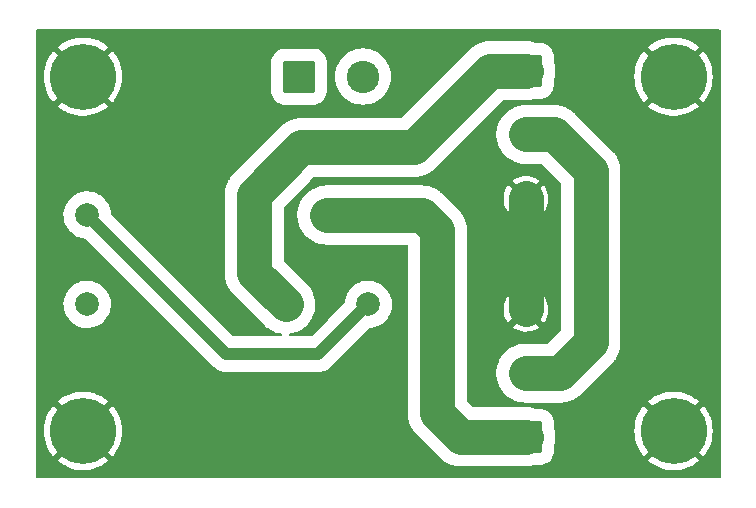
<source format=gbr>
%TF.GenerationSoftware,KiCad,Pcbnew,(6.0.5)*%
%TF.CreationDate,2023-01-10T19:29:17-05:00*%
%TF.ProjectId,Switched-Outlet-Switcher,53776974-6368-4656-942d-4f75746c6574,rev?*%
%TF.SameCoordinates,Original*%
%TF.FileFunction,Copper,L1,Top*%
%TF.FilePolarity,Positive*%
%FSLAX46Y46*%
G04 Gerber Fmt 4.6, Leading zero omitted, Abs format (unit mm)*
G04 Created by KiCad (PCBNEW (6.0.5)) date 2023-01-10 19:29:17*
%MOMM*%
%LPD*%
G01*
G04 APERTURE LIST*
G04 Aperture macros list*
%AMRoundRect*
0 Rectangle with rounded corners*
0 $1 Rounding radius*
0 $2 $3 $4 $5 $6 $7 $8 $9 X,Y pos of 4 corners*
0 Add a 4 corners polygon primitive as box body*
4,1,4,$2,$3,$4,$5,$6,$7,$8,$9,$2,$3,0*
0 Add four circle primitives for the rounded corners*
1,1,$1+$1,$2,$3*
1,1,$1+$1,$4,$5*
1,1,$1+$1,$6,$7*
1,1,$1+$1,$8,$9*
0 Add four rect primitives between the rounded corners*
20,1,$1+$1,$2,$3,$4,$5,0*
20,1,$1+$1,$4,$5,$6,$7,0*
20,1,$1+$1,$6,$7,$8,$9,0*
20,1,$1+$1,$8,$9,$2,$3,0*%
G04 Aperture macros list end*
%TA.AperFunction,ComponentPad*%
%ADD10C,5.600000*%
%TD*%
%TA.AperFunction,ComponentPad*%
%ADD11RoundRect,0.250000X1.125000X-1.125000X1.125000X1.125000X-1.125000X1.125000X-1.125000X-1.125000X0*%
%TD*%
%TA.AperFunction,ComponentPad*%
%ADD12C,2.750000*%
%TD*%
%TA.AperFunction,ComponentPad*%
%ADD13RoundRect,0.250000X-1.125000X1.125000X-1.125000X-1.125000X1.125000X-1.125000X1.125000X1.125000X0*%
%TD*%
%TA.AperFunction,ComponentPad*%
%ADD14RoundRect,0.250000X-1.125000X-1.125000X1.125000X-1.125000X1.125000X1.125000X-1.125000X1.125000X0*%
%TD*%
%TA.AperFunction,ComponentPad*%
%ADD15C,2.006600*%
%TD*%
%TA.AperFunction,Conductor*%
%ADD16C,1.000000*%
%TD*%
%TA.AperFunction,Conductor*%
%ADD17C,3.000000*%
%TD*%
G04 APERTURE END LIST*
D10*
%TO.P,REF\u002A\u002A,1*%
%TO.N,/EARTH*%
X185000000Y-126000000D03*
%TD*%
D11*
%TO.P,P2,1,AC_P*%
%TO.N,/IN_P*%
X172500000Y-126500000D03*
D12*
%TO.P,P2,2,AC_N*%
%TO.N,/IN_N*%
X172500000Y-121100000D03*
%TO.P,P2,3,EARTH*%
%TO.N,/EARTH*%
X172500000Y-115700000D03*
%TD*%
D10*
%TO.P,REF\u002A\u002A,1*%
%TO.N,/EARTH*%
X135000000Y-96000000D03*
%TD*%
%TO.P,REF\u002A\u002A,1*%
%TO.N,/EARTH*%
X135000000Y-126000000D03*
%TD*%
D13*
%TO.P,P1,1,AC_P*%
%TO.N,/OUT_P*%
X172500000Y-95500000D03*
D12*
%TO.P,P1,2,AC_N*%
%TO.N,/IN_N*%
X172500000Y-100900000D03*
%TO.P,P1,3,EARTH*%
%TO.N,/EARTH*%
X172500000Y-106300000D03*
%TD*%
D14*
%TO.P,SW1,1,1*%
%TO.N,/IN_P*%
X153300000Y-96000000D03*
D12*
%TO.P,SW1,2,2*%
%TO.N,Net-(SW1-Pad2)*%
X158700000Y-96000000D03*
%TD*%
D10*
%TO.P,REF\u002A\u002A,1*%
%TO.N,/EARTH*%
X185000000Y-96000000D03*
%TD*%
D15*
%TO.P,U1,1,A1*%
%TO.N,/IN_N*%
X135358800Y-115280000D03*
%TO.P,U1,2,12*%
%TO.N,/OUT_P*%
X152158802Y-115280000D03*
%TO.P,U1,3,14*%
%TO.N,Net-(SW1-Pad2)*%
X159158803Y-115280000D03*
%TO.P,U1,4,11*%
%TO.N,/IN_P*%
X155658803Y-107720000D03*
%TO.P,U1,5,A2*%
%TO.N,Net-(SW1-Pad2)*%
X135358800Y-107720000D03*
%TD*%
D16*
%TO.N,Net-(SW1-Pad2)*%
X147138800Y-119500000D02*
X135358800Y-107720000D01*
X154938803Y-119500000D02*
X147138800Y-119500000D01*
X159158803Y-115280000D02*
X154938803Y-119500000D01*
D17*
%TO.N,/OUT_P*%
X169500000Y-95500000D02*
X172500000Y-95500000D01*
X149500000Y-106000000D02*
X153500000Y-102000000D01*
X163000000Y-102000000D02*
X169500000Y-95500000D01*
X149500000Y-112621198D02*
X149500000Y-106000000D01*
X153500000Y-102000000D02*
X163000000Y-102000000D01*
X152158802Y-115280000D02*
X149500000Y-112621198D01*
%TO.N,/IN_P*%
X163720000Y-107720000D02*
X155658803Y-107720000D01*
X165000000Y-109000000D02*
X163720000Y-107720000D01*
X165000000Y-124500000D02*
X165000000Y-109000000D01*
X167000000Y-126500000D02*
X165000000Y-124500000D01*
X172500000Y-126500000D02*
X167000000Y-126500000D01*
%TO.N,/IN_N*%
X178000000Y-104000000D02*
X174900000Y-100900000D01*
X174900000Y-100900000D02*
X172500000Y-100900000D01*
X178000000Y-118500000D02*
X178000000Y-104000000D01*
X175400000Y-121100000D02*
X178000000Y-118500000D01*
X172500000Y-121100000D02*
X175400000Y-121100000D01*
%TO.N,/EARTH*%
X172500000Y-115700000D02*
X172500000Y-106300000D01*
%TD*%
%TA.AperFunction,Conductor*%
%TO.N,/EARTH*%
G36*
X188941621Y-92020502D02*
G01*
X188988114Y-92074158D01*
X188999500Y-92126500D01*
X188999500Y-129873500D01*
X188979498Y-129941621D01*
X188925842Y-129988114D01*
X188873500Y-129999500D01*
X131126500Y-129999500D01*
X131058379Y-129979498D01*
X131011886Y-129925842D01*
X131000500Y-129873500D01*
X131000500Y-128516381D01*
X132849160Y-128516381D01*
X132849237Y-128517470D01*
X132851698Y-128521206D01*
X133125632Y-128731404D01*
X133131262Y-128735259D01*
X133431591Y-128917862D01*
X133437593Y-128921080D01*
X133755897Y-129070184D01*
X133762202Y-129072732D01*
X134094743Y-129186587D01*
X134101313Y-129188446D01*
X134444183Y-129265714D01*
X134450912Y-129266853D01*
X134800143Y-129306643D01*
X134806933Y-129307046D01*
X135158419Y-129308886D01*
X135165220Y-129308554D01*
X135514853Y-129272423D01*
X135521581Y-129271357D01*
X135865274Y-129197676D01*
X135871822Y-129195897D01*
X136205549Y-129085527D01*
X136211891Y-129083041D01*
X136531718Y-128937288D01*
X136537777Y-128934121D01*
X136839995Y-128754676D01*
X136845659Y-128750884D01*
X137126732Y-128539849D01*
X137131958Y-128535464D01*
X137141613Y-128526428D01*
X137149682Y-128512750D01*
X137149654Y-128512024D01*
X137144512Y-128503723D01*
X135012810Y-126372020D01*
X134998869Y-126364408D01*
X134997034Y-126364539D01*
X134990420Y-126368790D01*
X132856774Y-128502437D01*
X132849160Y-128516381D01*
X131000500Y-128516381D01*
X131000500Y-125991832D01*
X131687333Y-125991832D01*
X131705117Y-126342893D01*
X131705827Y-126349649D01*
X131761420Y-126696723D01*
X131762859Y-126703378D01*
X131855608Y-127042410D01*
X131857757Y-127048871D01*
X131986581Y-127375912D01*
X131989412Y-127382095D01*
X132152803Y-127693310D01*
X132156286Y-127699152D01*
X132352330Y-127990896D01*
X132356433Y-127996340D01*
X132476425Y-128138836D01*
X132489164Y-128147279D01*
X132499608Y-128141181D01*
X134627980Y-126012810D01*
X134634357Y-126001131D01*
X135364408Y-126001131D01*
X135364539Y-126002966D01*
X135368790Y-126009580D01*
X137499009Y-128139798D01*
X137512605Y-128147223D01*
X137522218Y-128140522D01*
X137622518Y-128023912D01*
X137626676Y-128018514D01*
X137825762Y-127728840D01*
X137829310Y-127723029D01*
X137995942Y-127413559D01*
X137998849Y-127407381D01*
X138131090Y-127081713D01*
X138133304Y-127075283D01*
X138229598Y-126737237D01*
X138231105Y-126730607D01*
X138290332Y-126384118D01*
X138291112Y-126377378D01*
X138312668Y-126024925D01*
X138312784Y-126021323D01*
X138312853Y-126001819D01*
X138312761Y-125998194D01*
X138293666Y-125645615D01*
X138292931Y-125638849D01*
X138236130Y-125291985D01*
X138234663Y-125285313D01*
X138140736Y-124946627D01*
X138138562Y-124940163D01*
X138008598Y-124613578D01*
X138005742Y-124607398D01*
X137841269Y-124296763D01*
X137837769Y-124290937D01*
X137640697Y-123999862D01*
X137636590Y-123994453D01*
X137523565Y-123861179D01*
X137510740Y-123852743D01*
X137500416Y-123858795D01*
X135372020Y-125987190D01*
X135364408Y-126001131D01*
X134634357Y-126001131D01*
X134635592Y-125998869D01*
X134635461Y-125997034D01*
X134631210Y-125990420D01*
X132500992Y-123860203D01*
X132487455Y-123852811D01*
X132477753Y-123859599D01*
X132370430Y-123985257D01*
X132366296Y-123990664D01*
X132168215Y-124281041D01*
X132164697Y-124286851D01*
X131999134Y-124596922D01*
X131996259Y-124603087D01*
X131865155Y-124929218D01*
X131862962Y-124935658D01*
X131767846Y-125274044D01*
X131766363Y-125280679D01*
X131708350Y-125627354D01*
X131707591Y-125634126D01*
X131687357Y-125985037D01*
X131687333Y-125991832D01*
X131000500Y-125991832D01*
X131000500Y-123486862D01*
X132849950Y-123486862D01*
X132849986Y-123487704D01*
X132855037Y-123495826D01*
X134987190Y-125627980D01*
X135001131Y-125635592D01*
X135002966Y-125635461D01*
X135009580Y-125631210D01*
X137142798Y-123497991D01*
X137150412Y-123484047D01*
X137150344Y-123483089D01*
X137145836Y-123476272D01*
X137144418Y-123475065D01*
X136864813Y-123262064D01*
X136859187Y-123258240D01*
X136558214Y-123076681D01*
X136552202Y-123073484D01*
X136233370Y-122925487D01*
X136227070Y-122922967D01*
X135894129Y-122810273D01*
X135887551Y-122808437D01*
X135544417Y-122732367D01*
X135537678Y-122731251D01*
X135188310Y-122692680D01*
X135181529Y-122692301D01*
X134830015Y-122691687D01*
X134823242Y-122692042D01*
X134473720Y-122729395D01*
X134467010Y-122730482D01*
X134123586Y-122805361D01*
X134117011Y-122807172D01*
X133783683Y-122918702D01*
X133777361Y-122921205D01*
X133458034Y-123068079D01*
X133451991Y-123071265D01*
X133150401Y-123251763D01*
X133144755Y-123255571D01*
X132864408Y-123467596D01*
X132859211Y-123471987D01*
X132857972Y-123473155D01*
X132849950Y-123486862D01*
X131000500Y-123486862D01*
X131000500Y-115216898D01*
X133350873Y-115216898D01*
X133351048Y-115221350D01*
X133358309Y-115406141D01*
X133362014Y-115500447D01*
X133412996Y-115779598D01*
X133414405Y-115783821D01*
X133473349Y-115960497D01*
X133502802Y-116048780D01*
X133521954Y-116087109D01*
X133588373Y-116220033D01*
X133629640Y-116302622D01*
X133790979Y-116536061D01*
X133794001Y-116539330D01*
X133980585Y-116741176D01*
X133980590Y-116741181D01*
X133983601Y-116744438D01*
X134203662Y-116923596D01*
X134207480Y-116925895D01*
X134207482Y-116925896D01*
X134367996Y-117022533D01*
X134446770Y-117069959D01*
X134526421Y-117103687D01*
X134703978Y-117178873D01*
X134703981Y-117178874D01*
X134708076Y-117180608D01*
X134712368Y-117181746D01*
X134712371Y-117181747D01*
X134978069Y-117252196D01*
X134978073Y-117252197D01*
X134982366Y-117253335D01*
X134986775Y-117253857D01*
X134986781Y-117253858D01*
X135143633Y-117272422D01*
X135264167Y-117286688D01*
X135547856Y-117280002D01*
X135552254Y-117279270D01*
X135823383Y-117234142D01*
X135823387Y-117234141D01*
X135827773Y-117233411D01*
X135832014Y-117232070D01*
X135832017Y-117232069D01*
X136094086Y-117149188D01*
X136094088Y-117149187D01*
X136098332Y-117147845D01*
X136354136Y-117025009D01*
X136486031Y-116936880D01*
X136586372Y-116869835D01*
X136586376Y-116869832D01*
X136590080Y-116867357D01*
X136593397Y-116864386D01*
X136593401Y-116864383D01*
X136798139Y-116681004D01*
X136798140Y-116681003D01*
X136801457Y-116678032D01*
X136984049Y-116460812D01*
X137134213Y-116220033D01*
X137176277Y-116124887D01*
X137247152Y-115964568D01*
X137248952Y-115960497D01*
X137325978Y-115687383D01*
X137349027Y-115515783D01*
X137363327Y-115409323D01*
X137363328Y-115409315D01*
X137363754Y-115406141D01*
X137367718Y-115280000D01*
X137347676Y-114996941D01*
X137334257Y-114934609D01*
X137288887Y-114723877D01*
X137288887Y-114723875D01*
X137287951Y-114719530D01*
X137189734Y-114453301D01*
X137054986Y-114203568D01*
X136886393Y-113975312D01*
X136877210Y-113965983D01*
X136769378Y-113856444D01*
X136687321Y-113773088D01*
X136461742Y-113600932D01*
X136214156Y-113462277D01*
X136152340Y-113438362D01*
X135953658Y-113361497D01*
X135953652Y-113361495D01*
X135949503Y-113359890D01*
X135945171Y-113358886D01*
X135945168Y-113358885D01*
X135778242Y-113320194D01*
X135673064Y-113295815D01*
X135390355Y-113271330D01*
X135385920Y-113271574D01*
X135385916Y-113271574D01*
X135111459Y-113286678D01*
X135111452Y-113286679D01*
X135107016Y-113286923D01*
X134968888Y-113314398D01*
X134833073Y-113341413D01*
X134833068Y-113341414D01*
X134828701Y-113342283D01*
X134824498Y-113343759D01*
X134565170Y-113434828D01*
X134565167Y-113434829D01*
X134560962Y-113436306D01*
X134557009Y-113438359D01*
X134557003Y-113438362D01*
X134414673Y-113512297D01*
X134309143Y-113567116D01*
X134305528Y-113569699D01*
X134305522Y-113569703D01*
X134081888Y-113729514D01*
X134081884Y-113729517D01*
X134078267Y-113732102D01*
X133872942Y-113927973D01*
X133746531Y-114088325D01*
X133714360Y-114129134D01*
X133697263Y-114150821D01*
X133695031Y-114154663D01*
X133695028Y-114154668D01*
X133556974Y-114392344D01*
X133556971Y-114392351D01*
X133554736Y-114396198D01*
X133533194Y-114449383D01*
X133454872Y-114642751D01*
X133448205Y-114659210D01*
X133379796Y-114934609D01*
X133350873Y-115216898D01*
X131000500Y-115216898D01*
X131000500Y-107656898D01*
X133350873Y-107656898D01*
X133351048Y-107661350D01*
X133359534Y-107877318D01*
X133362014Y-107940447D01*
X133362814Y-107944827D01*
X133406789Y-108185609D01*
X133412996Y-108219598D01*
X133502802Y-108488780D01*
X133629640Y-108742622D01*
X133790979Y-108976061D01*
X133794001Y-108979330D01*
X133980585Y-109181176D01*
X133980590Y-109181181D01*
X133983601Y-109184438D01*
X134203662Y-109363596D01*
X134446770Y-109509959D01*
X134525977Y-109543499D01*
X134703978Y-109618873D01*
X134703981Y-109618874D01*
X134708076Y-109620608D01*
X134712368Y-109621746D01*
X134712371Y-109621747D01*
X134821943Y-109650799D01*
X134982366Y-109693335D01*
X134986785Y-109693858D01*
X134986790Y-109693859D01*
X135197292Y-109718773D01*
X135262589Y-109746644D01*
X135271577Y-109754805D01*
X145995947Y-120479174D01*
X146007612Y-120492616D01*
X146008054Y-120493204D01*
X146012883Y-120499636D01*
X146016625Y-120503212D01*
X146016626Y-120503213D01*
X146091316Y-120574588D01*
X146093360Y-120576587D01*
X146122019Y-120605246D01*
X146123987Y-120606915D01*
X146131421Y-120613220D01*
X146136974Y-120618220D01*
X146191268Y-120670104D01*
X146195534Y-120673014D01*
X146195535Y-120673015D01*
X146222764Y-120691590D01*
X146233252Y-120699580D01*
X146262331Y-120724240D01*
X146266771Y-120726897D01*
X146266772Y-120726898D01*
X146326769Y-120762806D01*
X146333067Y-120766834D01*
X146390817Y-120806228D01*
X146390823Y-120806231D01*
X146395100Y-120809149D01*
X146399794Y-120811328D01*
X146399796Y-120811329D01*
X146413609Y-120817740D01*
X146429678Y-120825199D01*
X146441333Y-120831370D01*
X146469616Y-120848298D01*
X146469623Y-120848301D01*
X146474050Y-120850951D01*
X146514258Y-120866789D01*
X146543922Y-120878474D01*
X146550794Y-120881419D01*
X146618904Y-120913035D01*
X146623889Y-120914417D01*
X146623893Y-120914419D01*
X146655643Y-120923224D01*
X146668138Y-120927404D01*
X146703622Y-120941381D01*
X146708683Y-120942466D01*
X146777029Y-120957119D01*
X146784287Y-120958901D01*
X146845289Y-120975818D01*
X146856671Y-120978974D01*
X146894580Y-120983025D01*
X146907602Y-120985112D01*
X146939818Y-120992019D01*
X146939833Y-120992021D01*
X146944880Y-120993103D01*
X147019894Y-120996640D01*
X147027348Y-120997214D01*
X147058092Y-121000500D01*
X147098768Y-121000500D01*
X147104702Y-121000640D01*
X147191347Y-121004726D01*
X147219991Y-121001361D01*
X147234692Y-121000500D01*
X154823071Y-121000500D01*
X154840824Y-121001757D01*
X154844391Y-121002265D01*
X154844396Y-121002265D01*
X154849509Y-121002993D01*
X154854671Y-121002876D01*
X154854674Y-121002876D01*
X154957953Y-121000532D01*
X154960812Y-121000500D01*
X155001357Y-121000500D01*
X155003912Y-121000290D01*
X155003936Y-121000289D01*
X155013642Y-120999491D01*
X155021101Y-120999099D01*
X155096185Y-120997395D01*
X155101257Y-120996437D01*
X155101263Y-120996436D01*
X155133650Y-120990316D01*
X155146719Y-120988549D01*
X155179562Y-120985849D01*
X155179567Y-120985848D01*
X155184714Y-120985425D01*
X155218076Y-120977045D01*
X155257549Y-120967131D01*
X155264848Y-120965526D01*
X155333556Y-120952543D01*
X155333557Y-120952543D01*
X155338636Y-120951583D01*
X155343487Y-120949808D01*
X155343490Y-120949807D01*
X155363550Y-120942466D01*
X155374440Y-120938481D01*
X155387039Y-120934605D01*
X155398460Y-120931736D01*
X155419009Y-120926575D01*
X155419013Y-120926574D01*
X155424020Y-120925316D01*
X155459070Y-120910076D01*
X155492890Y-120895371D01*
X155499830Y-120892595D01*
X155570348Y-120866789D01*
X155603526Y-120848017D01*
X155615331Y-120842131D01*
X155615801Y-120841927D01*
X155650296Y-120826928D01*
X155654631Y-120824124D01*
X155654634Y-120824122D01*
X155678644Y-120808589D01*
X155713348Y-120786138D01*
X155719730Y-120782273D01*
X155780598Y-120747836D01*
X155780606Y-120747831D01*
X155785100Y-120745288D01*
X155789122Y-120742043D01*
X155789129Y-120742038D01*
X155814780Y-120721341D01*
X155825454Y-120713614D01*
X155857464Y-120692905D01*
X155913006Y-120642365D01*
X155918674Y-120637508D01*
X155940129Y-120620197D01*
X155940137Y-120620190D01*
X155942748Y-120618083D01*
X155971506Y-120589325D01*
X155975802Y-120585226D01*
X155987493Y-120574588D01*
X156039961Y-120526846D01*
X156043160Y-120522795D01*
X156043164Y-120522791D01*
X156057840Y-120504207D01*
X156067627Y-120493204D01*
X159243530Y-117317301D01*
X159305842Y-117283275D01*
X159329656Y-117280431D01*
X159347859Y-117280002D01*
X159352257Y-117279270D01*
X159623386Y-117234142D01*
X159623390Y-117234141D01*
X159627776Y-117233411D01*
X159632017Y-117232070D01*
X159632020Y-117232069D01*
X159894089Y-117149188D01*
X159894091Y-117149187D01*
X159898335Y-117147845D01*
X160154139Y-117025009D01*
X160286034Y-116936880D01*
X160386375Y-116869835D01*
X160386379Y-116869832D01*
X160390083Y-116867357D01*
X160393400Y-116864386D01*
X160393404Y-116864383D01*
X160598142Y-116681004D01*
X160598143Y-116681003D01*
X160601460Y-116678032D01*
X160784052Y-116460812D01*
X160934216Y-116220033D01*
X160976280Y-116124887D01*
X161047155Y-115964568D01*
X161048955Y-115960497D01*
X161125981Y-115687383D01*
X161149030Y-115515783D01*
X161163330Y-115409323D01*
X161163331Y-115409315D01*
X161163757Y-115406141D01*
X161167721Y-115280000D01*
X161147679Y-114996941D01*
X161134260Y-114934609D01*
X161088890Y-114723877D01*
X161088890Y-114723875D01*
X161087954Y-114719530D01*
X160989737Y-114453301D01*
X160854989Y-114203568D01*
X160686396Y-113975312D01*
X160677213Y-113965983D01*
X160569381Y-113856444D01*
X160487324Y-113773088D01*
X160261745Y-113600932D01*
X160014159Y-113462277D01*
X159952343Y-113438362D01*
X159753661Y-113361497D01*
X159753655Y-113361495D01*
X159749506Y-113359890D01*
X159745174Y-113358886D01*
X159745171Y-113358885D01*
X159578245Y-113320194D01*
X159473067Y-113295815D01*
X159190358Y-113271330D01*
X159185923Y-113271574D01*
X159185919Y-113271574D01*
X158911462Y-113286678D01*
X158911455Y-113286679D01*
X158907019Y-113286923D01*
X158768891Y-113314398D01*
X158633076Y-113341413D01*
X158633071Y-113341414D01*
X158628704Y-113342283D01*
X158624501Y-113343759D01*
X158365173Y-113434828D01*
X158365170Y-113434829D01*
X158360965Y-113436306D01*
X158357012Y-113438359D01*
X158357006Y-113438362D01*
X158214676Y-113512297D01*
X158109146Y-113567116D01*
X158105531Y-113569699D01*
X158105525Y-113569703D01*
X157881891Y-113729514D01*
X157881887Y-113729517D01*
X157878270Y-113732102D01*
X157672945Y-113927973D01*
X157546534Y-114088325D01*
X157514363Y-114129134D01*
X157497266Y-114150821D01*
X157495034Y-114154663D01*
X157495031Y-114154668D01*
X157356977Y-114392344D01*
X157356974Y-114392351D01*
X157354739Y-114396198D01*
X157333197Y-114449383D01*
X157254875Y-114642751D01*
X157248208Y-114659210D01*
X157233225Y-114719530D01*
X157180874Y-114930282D01*
X157179799Y-114934609D01*
X157161573Y-115112504D01*
X157161265Y-115115506D01*
X157134424Y-115181234D01*
X157125016Y-115191759D01*
X155737479Y-116579297D01*
X154354181Y-117962595D01*
X154291869Y-117996621D01*
X154265086Y-117999500D01*
X152573870Y-117999500D01*
X152505749Y-117979498D01*
X152459256Y-117925842D01*
X152449152Y-117855568D01*
X152478646Y-117790988D01*
X152538372Y-117752604D01*
X152554159Y-117749051D01*
X152701442Y-117725724D01*
X152701447Y-117725723D01*
X152705348Y-117725105D01*
X152709148Y-117724001D01*
X153003689Y-117638429D01*
X153003695Y-117638427D01*
X153007491Y-117637324D01*
X153296250Y-117512367D01*
X153299652Y-117510355D01*
X153299658Y-117510352D01*
X153428236Y-117434311D01*
X153567071Y-117352204D01*
X153815682Y-117159361D01*
X154038163Y-116936880D01*
X154231006Y-116688269D01*
X154365524Y-116460812D01*
X154389154Y-116420856D01*
X154389157Y-116420850D01*
X154391169Y-116417448D01*
X154516126Y-116128689D01*
X154528207Y-116087109D01*
X154602803Y-115830346D01*
X154603907Y-115826546D01*
X154653127Y-115515783D01*
X154658927Y-115331210D01*
X154662885Y-115205259D01*
X154662885Y-115205254D01*
X154663009Y-115201302D01*
X154637391Y-114930282D01*
X154633773Y-114892004D01*
X154633772Y-114891998D01*
X154633400Y-114888062D01*
X154596700Y-114723877D01*
X154565629Y-114584872D01*
X154565627Y-114584866D01*
X154564764Y-114581004D01*
X154517378Y-114449383D01*
X154459527Y-114288695D01*
X154459526Y-114288692D01*
X154458185Y-114284968D01*
X154315343Y-114004626D01*
X154309406Y-113995889D01*
X154193013Y-113824622D01*
X154138491Y-113744395D01*
X153982489Y-113567446D01*
X152037405Y-111622362D01*
X152003379Y-111560050D01*
X152000500Y-111533267D01*
X152000500Y-107877318D01*
X153158303Y-107877318D01*
X153171753Y-107983786D01*
X153184092Y-108081457D01*
X153197737Y-108189473D01*
X153198723Y-108193312D01*
X153274997Y-108490383D01*
X153275000Y-108490391D01*
X153275984Y-108494225D01*
X153277441Y-108497905D01*
X153277442Y-108497908D01*
X153328697Y-108627363D01*
X153391809Y-108786766D01*
X153543387Y-109062484D01*
X153545715Y-109065688D01*
X153545718Y-109065693D01*
X153634030Y-109187244D01*
X153728325Y-109317030D01*
X153943709Y-109546390D01*
X154186140Y-109746947D01*
X154451796Y-109915537D01*
X154455375Y-109917221D01*
X154455382Y-109917225D01*
X154732898Y-110047814D01*
X154732902Y-110047816D01*
X154736488Y-110049503D01*
X155035724Y-110146731D01*
X155344788Y-110205688D01*
X155438292Y-110211571D01*
X155578225Y-110220375D01*
X155578241Y-110220376D01*
X155580220Y-110220500D01*
X162373500Y-110220500D01*
X162441621Y-110240502D01*
X162488114Y-110294158D01*
X162499500Y-110346500D01*
X162499500Y-124458744D01*
X162499438Y-124462701D01*
X162495793Y-124578698D01*
X162499091Y-124613578D01*
X162506716Y-124694246D01*
X162507024Y-124698165D01*
X162514312Y-124814015D01*
X162515055Y-124817909D01*
X162520580Y-124846874D01*
X162522252Y-124858621D01*
X162525402Y-124891938D01*
X162550723Y-125005218D01*
X162551523Y-125009085D01*
X162573269Y-125123079D01*
X162574492Y-125126844D01*
X162574496Y-125126858D01*
X162583608Y-125154899D01*
X162586742Y-125166354D01*
X162594038Y-125198996D01*
X162595380Y-125202723D01*
X162633345Y-125308177D01*
X162634626Y-125311918D01*
X162670497Y-125422315D01*
X162672178Y-125425887D01*
X162672183Y-125425900D01*
X162684739Y-125452582D01*
X162689282Y-125463549D01*
X162700617Y-125495032D01*
X162753329Y-125598486D01*
X162755048Y-125601996D01*
X162804463Y-125707007D01*
X162806581Y-125710345D01*
X162806583Y-125710348D01*
X162822384Y-125735246D01*
X162828265Y-125745555D01*
X162843459Y-125775375D01*
X162845687Y-125778654D01*
X162845688Y-125778655D01*
X162908705Y-125871383D01*
X162910878Y-125874691D01*
X162973053Y-125972663D01*
X162994392Y-125998457D01*
X163001500Y-126007926D01*
X163020311Y-126035605D01*
X163022934Y-126038581D01*
X163022937Y-126038584D01*
X163097078Y-126122681D01*
X163099648Y-126125690D01*
X163171084Y-126212041D01*
X163173610Y-126215094D01*
X163176497Y-126217805D01*
X163258225Y-126294553D01*
X163261067Y-126297308D01*
X165202692Y-128238933D01*
X165205447Y-128241775D01*
X165284906Y-128326390D01*
X165287956Y-128328913D01*
X165287959Y-128328916D01*
X165374310Y-128400352D01*
X165377319Y-128402922D01*
X165461416Y-128477063D01*
X165464395Y-128479689D01*
X165492074Y-128498500D01*
X165501543Y-128505608D01*
X165527337Y-128526947D01*
X165530687Y-128529073D01*
X165625309Y-128589122D01*
X165628617Y-128591295D01*
X165721340Y-128654309D01*
X165721346Y-128654312D01*
X165724625Y-128656541D01*
X165728152Y-128658338D01*
X165728157Y-128658341D01*
X165754432Y-128671728D01*
X165764745Y-128677610D01*
X165792993Y-128695537D01*
X165796569Y-128697220D01*
X165796575Y-128697223D01*
X165897995Y-128744947D01*
X165901542Y-128746684D01*
X166004968Y-128799382D01*
X166008692Y-128800723D01*
X166008695Y-128800724D01*
X166036444Y-128810714D01*
X166047401Y-128815252D01*
X166077685Y-128829503D01*
X166081451Y-128830727D01*
X166081457Y-128830729D01*
X166126506Y-128845366D01*
X166188103Y-128865380D01*
X166191765Y-128866633D01*
X166301004Y-128905962D01*
X166304870Y-128906826D01*
X166304873Y-128906827D01*
X166333646Y-128913258D01*
X166345101Y-128916392D01*
X166373142Y-128925504D01*
X166373156Y-128925508D01*
X166376921Y-128926731D01*
X166380813Y-128927473D01*
X166380819Y-128927475D01*
X166461115Y-128942792D01*
X166490915Y-128948477D01*
X166494773Y-128949275D01*
X166608062Y-128974598D01*
X166625555Y-128976252D01*
X166641379Y-128977748D01*
X166653123Y-128979420D01*
X166685985Y-128985688D01*
X166801835Y-128992976D01*
X166805727Y-128993282D01*
X166921302Y-129004207D01*
X166925254Y-129004083D01*
X166925260Y-129004083D01*
X167037299Y-129000562D01*
X167041256Y-129000500D01*
X172578583Y-129000500D01*
X172580562Y-129000376D01*
X172580578Y-129000375D01*
X172720511Y-128991571D01*
X172814015Y-128985688D01*
X173123079Y-128926731D01*
X173261771Y-128881667D01*
X173300707Y-128875500D01*
X173687138Y-128875500D01*
X173689677Y-128875293D01*
X173689689Y-128875293D01*
X173763768Y-128869267D01*
X173827902Y-128864051D01*
X174044113Y-128808537D01*
X174049216Y-128806201D01*
X174049218Y-128806200D01*
X174204166Y-128735259D01*
X174247075Y-128715614D01*
X174251681Y-128712413D01*
X174425767Y-128591420D01*
X174425769Y-128591418D01*
X174430375Y-128588217D01*
X174502211Y-128516381D01*
X182849160Y-128516381D01*
X182849237Y-128517470D01*
X182851698Y-128521206D01*
X183125632Y-128731404D01*
X183131262Y-128735259D01*
X183431591Y-128917862D01*
X183437593Y-128921080D01*
X183755897Y-129070184D01*
X183762202Y-129072732D01*
X184094743Y-129186587D01*
X184101313Y-129188446D01*
X184444183Y-129265714D01*
X184450912Y-129266853D01*
X184800143Y-129306643D01*
X184806933Y-129307046D01*
X185158419Y-129308886D01*
X185165220Y-129308554D01*
X185514853Y-129272423D01*
X185521581Y-129271357D01*
X185865274Y-129197676D01*
X185871822Y-129195897D01*
X186205549Y-129085527D01*
X186211891Y-129083041D01*
X186531718Y-128937288D01*
X186537777Y-128934121D01*
X186839995Y-128754676D01*
X186845659Y-128750884D01*
X187126732Y-128539849D01*
X187131958Y-128535464D01*
X187141613Y-128526428D01*
X187149682Y-128512750D01*
X187149654Y-128512024D01*
X187144512Y-128503723D01*
X185012810Y-126372020D01*
X184998869Y-126364408D01*
X184997034Y-126364539D01*
X184990420Y-126368790D01*
X182856774Y-128502437D01*
X182849160Y-128516381D01*
X174502211Y-128516381D01*
X174588217Y-128430375D01*
X174607298Y-128402922D01*
X174712413Y-128251681D01*
X174712414Y-128251679D01*
X174715614Y-128247075D01*
X174808537Y-128044113D01*
X174864051Y-127827902D01*
X174875500Y-127687138D01*
X174875500Y-127315902D01*
X174881622Y-127277249D01*
X174882819Y-127274225D01*
X174961066Y-126969473D01*
X175000500Y-126657318D01*
X175000500Y-126342682D01*
X174962084Y-126038584D01*
X174961563Y-126034459D01*
X174961562Y-126034455D01*
X174961066Y-126030527D01*
X174951131Y-125991832D01*
X181687333Y-125991832D01*
X181705117Y-126342893D01*
X181705827Y-126349649D01*
X181761420Y-126696723D01*
X181762859Y-126703378D01*
X181855608Y-127042410D01*
X181857757Y-127048871D01*
X181986581Y-127375912D01*
X181989412Y-127382095D01*
X182152803Y-127693310D01*
X182156286Y-127699152D01*
X182352330Y-127990896D01*
X182356433Y-127996340D01*
X182476425Y-128138836D01*
X182489164Y-128147279D01*
X182499608Y-128141181D01*
X184627980Y-126012810D01*
X184634357Y-126001131D01*
X185364408Y-126001131D01*
X185364539Y-126002966D01*
X185368790Y-126009580D01*
X187499009Y-128139798D01*
X187512605Y-128147223D01*
X187522218Y-128140522D01*
X187622518Y-128023912D01*
X187626676Y-128018514D01*
X187825762Y-127728840D01*
X187829310Y-127723029D01*
X187995942Y-127413559D01*
X187998849Y-127407381D01*
X188131090Y-127081713D01*
X188133304Y-127075283D01*
X188229598Y-126737237D01*
X188231105Y-126730607D01*
X188290332Y-126384118D01*
X188291112Y-126377378D01*
X188312668Y-126024925D01*
X188312784Y-126021323D01*
X188312853Y-126001819D01*
X188312761Y-125998194D01*
X188293666Y-125645615D01*
X188292931Y-125638849D01*
X188236130Y-125291985D01*
X188234663Y-125285313D01*
X188140736Y-124946627D01*
X188138562Y-124940163D01*
X188008598Y-124613578D01*
X188005742Y-124607398D01*
X187841269Y-124296763D01*
X187837769Y-124290937D01*
X187640697Y-123999862D01*
X187636590Y-123994453D01*
X187523565Y-123861179D01*
X187510740Y-123852743D01*
X187500416Y-123858795D01*
X185372020Y-125987190D01*
X185364408Y-126001131D01*
X184634357Y-126001131D01*
X184635592Y-125998869D01*
X184635461Y-125997034D01*
X184631210Y-125990420D01*
X182500992Y-123860203D01*
X182487455Y-123852811D01*
X182477753Y-123859599D01*
X182370430Y-123985257D01*
X182366296Y-123990664D01*
X182168215Y-124281041D01*
X182164697Y-124286851D01*
X181999134Y-124596922D01*
X181996259Y-124603087D01*
X181865155Y-124929218D01*
X181862962Y-124935658D01*
X181767846Y-125274044D01*
X181766363Y-125280679D01*
X181708350Y-125627354D01*
X181707591Y-125634126D01*
X181687357Y-125985037D01*
X181687333Y-125991832D01*
X174951131Y-125991832D01*
X174882819Y-125725775D01*
X174881622Y-125722751D01*
X174875500Y-125684098D01*
X174875500Y-125312862D01*
X174875272Y-125310052D01*
X174866542Y-125202723D01*
X174864051Y-125172098D01*
X174808537Y-124955887D01*
X174804298Y-124946627D01*
X174717949Y-124758026D01*
X174715614Y-124752925D01*
X174674831Y-124694246D01*
X174591420Y-124574233D01*
X174591418Y-124574231D01*
X174588217Y-124569625D01*
X174430375Y-124411783D01*
X174425769Y-124408582D01*
X174425767Y-124408580D01*
X174251681Y-124287587D01*
X174251679Y-124287586D01*
X174247075Y-124284386D01*
X174120915Y-124226626D01*
X174049218Y-124193800D01*
X174049216Y-124193799D01*
X174044113Y-124191463D01*
X173827902Y-124135949D01*
X173763768Y-124130733D01*
X173689689Y-124124707D01*
X173689677Y-124124707D01*
X173687138Y-124124500D01*
X173300707Y-124124500D01*
X173261771Y-124118333D01*
X173126855Y-124074496D01*
X173126856Y-124074496D01*
X173123079Y-124073269D01*
X172814015Y-124014312D01*
X172720511Y-124008429D01*
X172580578Y-123999625D01*
X172580562Y-123999624D01*
X172578583Y-123999500D01*
X168087931Y-123999500D01*
X168019810Y-123979498D01*
X167998836Y-123962595D01*
X167537405Y-123501164D01*
X167503379Y-123438852D01*
X167500500Y-123412069D01*
X167500500Y-121257318D01*
X169999500Y-121257318D01*
X170038934Y-121569473D01*
X170039920Y-121573312D01*
X170116194Y-121870383D01*
X170116197Y-121870391D01*
X170117181Y-121874225D01*
X170233006Y-122166766D01*
X170384584Y-122442484D01*
X170386912Y-122445688D01*
X170386915Y-122445693D01*
X170567194Y-122693826D01*
X170569522Y-122697030D01*
X170675865Y-122810273D01*
X170781692Y-122922967D01*
X170784906Y-122926390D01*
X171027337Y-123126947D01*
X171292993Y-123295537D01*
X171296572Y-123297221D01*
X171296579Y-123297225D01*
X171574095Y-123427814D01*
X171574099Y-123427816D01*
X171577685Y-123429503D01*
X171876921Y-123526731D01*
X172185985Y-123585688D01*
X172279489Y-123591571D01*
X172419422Y-123600375D01*
X172419438Y-123600376D01*
X172421417Y-123600500D01*
X175358744Y-123600500D01*
X175362701Y-123600562D01*
X175474740Y-123604083D01*
X175474746Y-123604083D01*
X175478698Y-123604207D01*
X175594273Y-123593282D01*
X175598165Y-123592976D01*
X175714015Y-123585688D01*
X175746877Y-123579420D01*
X175758621Y-123577748D01*
X175774445Y-123576252D01*
X175791938Y-123574598D01*
X175905227Y-123549275D01*
X175909085Y-123548477D01*
X175938885Y-123542792D01*
X176019181Y-123527475D01*
X176019187Y-123527473D01*
X176023079Y-123526731D01*
X176026844Y-123525508D01*
X176026858Y-123525504D01*
X176054899Y-123516392D01*
X176066354Y-123513258D01*
X176095132Y-123506826D01*
X176095137Y-123506825D01*
X176098996Y-123505962D01*
X176152049Y-123486862D01*
X182849950Y-123486862D01*
X182849986Y-123487704D01*
X182855037Y-123495826D01*
X184987190Y-125627980D01*
X185001131Y-125635592D01*
X185002966Y-125635461D01*
X185009580Y-125631210D01*
X187142798Y-123497991D01*
X187150412Y-123484047D01*
X187150344Y-123483089D01*
X187145836Y-123476272D01*
X187144418Y-123475065D01*
X186864813Y-123262064D01*
X186859187Y-123258240D01*
X186558214Y-123076681D01*
X186552202Y-123073484D01*
X186233370Y-122925487D01*
X186227070Y-122922967D01*
X185894129Y-122810273D01*
X185887551Y-122808437D01*
X185544417Y-122732367D01*
X185537678Y-122731251D01*
X185188310Y-122692680D01*
X185181529Y-122692301D01*
X184830015Y-122691687D01*
X184823242Y-122692042D01*
X184473720Y-122729395D01*
X184467010Y-122730482D01*
X184123586Y-122805361D01*
X184117011Y-122807172D01*
X183783683Y-122918702D01*
X183777361Y-122921205D01*
X183458034Y-123068079D01*
X183451991Y-123071265D01*
X183150401Y-123251763D01*
X183144755Y-123255571D01*
X182864408Y-123467596D01*
X182859211Y-123471987D01*
X182857972Y-123473155D01*
X182849950Y-123486862D01*
X176152049Y-123486862D01*
X176208179Y-123466654D01*
X176211920Y-123465373D01*
X176322315Y-123429503D01*
X176325887Y-123427822D01*
X176325900Y-123427817D01*
X176352582Y-123415261D01*
X176363549Y-123410718D01*
X176391308Y-123400724D01*
X176391311Y-123400723D01*
X176395032Y-123399383D01*
X176498486Y-123346671D01*
X176501996Y-123344952D01*
X176603424Y-123297223D01*
X176603423Y-123297223D01*
X176607007Y-123295537D01*
X176635247Y-123277616D01*
X176645557Y-123271734D01*
X176664536Y-123262064D01*
X176675375Y-123256541D01*
X176682406Y-123251763D01*
X176771383Y-123191295D01*
X176774691Y-123189122D01*
X176869313Y-123129073D01*
X176872663Y-123126947D01*
X176898457Y-123105608D01*
X176907926Y-123098500D01*
X176935605Y-123079689D01*
X176939017Y-123076681D01*
X177022681Y-123002922D01*
X177025690Y-123000352D01*
X177112041Y-122928916D01*
X177112044Y-122928913D01*
X177115094Y-122926390D01*
X177194553Y-122841775D01*
X177197308Y-122838933D01*
X179738933Y-120297308D01*
X179741775Y-120294553D01*
X179823503Y-120217805D01*
X179826390Y-120215094D01*
X179828916Y-120212041D01*
X179900352Y-120125690D01*
X179902922Y-120122681D01*
X179977063Y-120038584D01*
X179977066Y-120038581D01*
X179979689Y-120035605D01*
X179998500Y-120007926D01*
X180005608Y-119998457D01*
X180026947Y-119972663D01*
X180089122Y-119874691D01*
X180091295Y-119871383D01*
X180154309Y-119778660D01*
X180154312Y-119778654D01*
X180156541Y-119775375D01*
X180165641Y-119757516D01*
X180171728Y-119745568D01*
X180177610Y-119735255D01*
X180193418Y-119710346D01*
X180195537Y-119707007D01*
X180244951Y-119601997D01*
X180246688Y-119598450D01*
X180295337Y-119502970D01*
X180299382Y-119495032D01*
X180310715Y-119463553D01*
X180315252Y-119452599D01*
X180329503Y-119422315D01*
X180365380Y-119311897D01*
X180366633Y-119308235D01*
X180405962Y-119198996D01*
X180413258Y-119166354D01*
X180416392Y-119154899D01*
X180425504Y-119126858D01*
X180425508Y-119126844D01*
X180426731Y-119123079D01*
X180435793Y-119075578D01*
X180448475Y-119009094D01*
X180449277Y-119005218D01*
X180474598Y-118891938D01*
X180477748Y-118858621D01*
X180479420Y-118846874D01*
X180484945Y-118817909D01*
X180485688Y-118814015D01*
X180492976Y-118698165D01*
X180493284Y-118694246D01*
X180495338Y-118672525D01*
X180504207Y-118578698D01*
X180500562Y-118462701D01*
X180500500Y-118458744D01*
X180500500Y-104041256D01*
X180500562Y-104037299D01*
X180504083Y-103925259D01*
X180504083Y-103925254D01*
X180504207Y-103921302D01*
X180493282Y-103805727D01*
X180492974Y-103801807D01*
X180485688Y-103685985D01*
X180479420Y-103653123D01*
X180477748Y-103641379D01*
X180474970Y-103612000D01*
X180474598Y-103608062D01*
X180449275Y-103494773D01*
X180448475Y-103490906D01*
X180427475Y-103380819D01*
X180427473Y-103380813D01*
X180426731Y-103376921D01*
X180425508Y-103373156D01*
X180425504Y-103373142D01*
X180416392Y-103345101D01*
X180413258Y-103333646D01*
X180406826Y-103304868D01*
X180406825Y-103304863D01*
X180405962Y-103301004D01*
X180366654Y-103191821D01*
X180365373Y-103188080D01*
X180330725Y-103081446D01*
X180329503Y-103077685D01*
X180327822Y-103074113D01*
X180327817Y-103074100D01*
X180315261Y-103047418D01*
X180310718Y-103036451D01*
X180300724Y-103008692D01*
X180300723Y-103008689D01*
X180299383Y-103004968D01*
X180246671Y-102901514D01*
X180244952Y-102898004D01*
X180197223Y-102796576D01*
X180195537Y-102792993D01*
X180177616Y-102764753D01*
X180171734Y-102754443D01*
X180158337Y-102728150D01*
X180156541Y-102724625D01*
X180154312Y-102721345D01*
X180091295Y-102628617D01*
X180089122Y-102625309D01*
X180029073Y-102530687D01*
X180026947Y-102527337D01*
X180005608Y-102501543D01*
X179998500Y-102492074D01*
X179979689Y-102464395D01*
X179977063Y-102461416D01*
X179902922Y-102377319D01*
X179900352Y-102374310D01*
X179828916Y-102287959D01*
X179828913Y-102287956D01*
X179826390Y-102284906D01*
X179741775Y-102205447D01*
X179738933Y-102202692D01*
X176697308Y-99161067D01*
X176694553Y-99158225D01*
X176617805Y-99076497D01*
X176615094Y-99073610D01*
X176610953Y-99070184D01*
X176525690Y-98999648D01*
X176522681Y-98997078D01*
X176438584Y-98922937D01*
X176438581Y-98922934D01*
X176435605Y-98920311D01*
X176407926Y-98901500D01*
X176398457Y-98894392D01*
X176372663Y-98873053D01*
X176369313Y-98870927D01*
X176274691Y-98810878D01*
X176271383Y-98808705D01*
X176178655Y-98745688D01*
X176178654Y-98745687D01*
X176175375Y-98743459D01*
X176145555Y-98728265D01*
X176135246Y-98722384D01*
X176110348Y-98706583D01*
X176110345Y-98706581D01*
X176107007Y-98704463D01*
X176001996Y-98655048D01*
X175998486Y-98653329D01*
X175895032Y-98600617D01*
X175891311Y-98599277D01*
X175891308Y-98599276D01*
X175863549Y-98589282D01*
X175852582Y-98584739D01*
X175825900Y-98572183D01*
X175825887Y-98572178D01*
X175822315Y-98570497D01*
X175711918Y-98534626D01*
X175708177Y-98533345D01*
X175661057Y-98516381D01*
X182849160Y-98516381D01*
X182849237Y-98517470D01*
X182851698Y-98521206D01*
X183125632Y-98731404D01*
X183131262Y-98735259D01*
X183431591Y-98917862D01*
X183437593Y-98921080D01*
X183755897Y-99070184D01*
X183762202Y-99072732D01*
X184094743Y-99186587D01*
X184101313Y-99188446D01*
X184444183Y-99265714D01*
X184450912Y-99266853D01*
X184800143Y-99306643D01*
X184806933Y-99307046D01*
X185158419Y-99308886D01*
X185165220Y-99308554D01*
X185514853Y-99272423D01*
X185521581Y-99271357D01*
X185865274Y-99197676D01*
X185871822Y-99195897D01*
X186205549Y-99085527D01*
X186211891Y-99083041D01*
X186531718Y-98937288D01*
X186537777Y-98934121D01*
X186839995Y-98754676D01*
X186845659Y-98750884D01*
X187126732Y-98539849D01*
X187131958Y-98535464D01*
X187141613Y-98526428D01*
X187149682Y-98512750D01*
X187149654Y-98512024D01*
X187144512Y-98503723D01*
X185012810Y-96372020D01*
X184998869Y-96364408D01*
X184997034Y-96364539D01*
X184990420Y-96368790D01*
X182856774Y-98502437D01*
X182849160Y-98516381D01*
X175661057Y-98516381D01*
X175650971Y-98512750D01*
X175598996Y-98494038D01*
X175595137Y-98493175D01*
X175595132Y-98493174D01*
X175566354Y-98486742D01*
X175554899Y-98483608D01*
X175526858Y-98474496D01*
X175526844Y-98474492D01*
X175523079Y-98473269D01*
X175519187Y-98472527D01*
X175519181Y-98472525D01*
X175438885Y-98457208D01*
X175409085Y-98451523D01*
X175405227Y-98450725D01*
X175291938Y-98425402D01*
X175274445Y-98423748D01*
X175258621Y-98422252D01*
X175246877Y-98420580D01*
X175214015Y-98414312D01*
X175098165Y-98407024D01*
X175094273Y-98406718D01*
X174978698Y-98395793D01*
X174974746Y-98395917D01*
X174974740Y-98395917D01*
X174862701Y-98399438D01*
X174858744Y-98399500D01*
X172421417Y-98399500D01*
X172419438Y-98399624D01*
X172419422Y-98399625D01*
X172279489Y-98408429D01*
X172185985Y-98414312D01*
X171876921Y-98473269D01*
X171783194Y-98503723D01*
X171672010Y-98539849D01*
X171577685Y-98570497D01*
X171574099Y-98572184D01*
X171574095Y-98572186D01*
X171296579Y-98702775D01*
X171296572Y-98702779D01*
X171292993Y-98704463D01*
X171027337Y-98873053D01*
X170784906Y-99073610D01*
X170569522Y-99302970D01*
X170567195Y-99306172D01*
X170567194Y-99306174D01*
X170388937Y-99551525D01*
X170384584Y-99557516D01*
X170306650Y-99699276D01*
X170238968Y-99822390D01*
X170233006Y-99833234D01*
X170228958Y-99843459D01*
X170128029Y-100098377D01*
X170117181Y-100125775D01*
X170116197Y-100129609D01*
X170116194Y-100129617D01*
X170082807Y-100259653D01*
X170038934Y-100430527D01*
X169999500Y-100742682D01*
X169999500Y-101057318D01*
X170038934Y-101369473D01*
X170039920Y-101373312D01*
X170116194Y-101670383D01*
X170116197Y-101670391D01*
X170117181Y-101674225D01*
X170233006Y-101966766D01*
X170384584Y-102242484D01*
X170386912Y-102245688D01*
X170386915Y-102245693D01*
X170482547Y-102377319D01*
X170569522Y-102497030D01*
X170784906Y-102726390D01*
X171027337Y-102926947D01*
X171292993Y-103095537D01*
X171296572Y-103097221D01*
X171296579Y-103097225D01*
X171574095Y-103227814D01*
X171574099Y-103227816D01*
X171577685Y-103229503D01*
X171876921Y-103326731D01*
X172185985Y-103385688D01*
X172279489Y-103391571D01*
X172419422Y-103400375D01*
X172419438Y-103400376D01*
X172421417Y-103400500D01*
X173812069Y-103400500D01*
X173880190Y-103420502D01*
X173901164Y-103437405D01*
X175462595Y-104998836D01*
X175496621Y-105061148D01*
X175499500Y-105087931D01*
X175499500Y-117412069D01*
X175479498Y-117480190D01*
X175462595Y-117501164D01*
X174401164Y-118562595D01*
X174338852Y-118596621D01*
X174312069Y-118599500D01*
X172421417Y-118599500D01*
X172419438Y-118599624D01*
X172419422Y-118599625D01*
X172279489Y-118608429D01*
X172185985Y-118614312D01*
X171876921Y-118673269D01*
X171577685Y-118770497D01*
X171574099Y-118772184D01*
X171574095Y-118772186D01*
X171296579Y-118902775D01*
X171296572Y-118902779D01*
X171292993Y-118904463D01*
X171027337Y-119073053D01*
X170921570Y-119160551D01*
X170875099Y-119198996D01*
X170784906Y-119273610D01*
X170569522Y-119502970D01*
X170567195Y-119506172D01*
X170567194Y-119506174D01*
X170393265Y-119745568D01*
X170384584Y-119757516D01*
X170233006Y-120033234D01*
X170197009Y-120124153D01*
X170129543Y-120294553D01*
X170117181Y-120325775D01*
X170116197Y-120329609D01*
X170116194Y-120329617D01*
X170072541Y-120499636D01*
X170038934Y-120630527D01*
X170038438Y-120634455D01*
X170038437Y-120634459D01*
X170031494Y-120689422D01*
X169999500Y-120942682D01*
X169999500Y-121257318D01*
X167500500Y-121257318D01*
X167500500Y-117200035D01*
X171365132Y-117200035D01*
X171372522Y-117210337D01*
X171411042Y-117241697D01*
X171418321Y-117246812D01*
X171639135Y-117379753D01*
X171647049Y-117383786D01*
X171884404Y-117484293D01*
X171892809Y-117487170D01*
X172141954Y-117553230D01*
X172150686Y-117554896D01*
X172406655Y-117585191D01*
X172415521Y-117585609D01*
X172673202Y-117579537D01*
X172682056Y-117578700D01*
X172936310Y-117536381D01*
X172944944Y-117534308D01*
X173190703Y-117456584D01*
X173198965Y-117453313D01*
X173431313Y-117341741D01*
X173439038Y-117337335D01*
X173627243Y-117211581D01*
X173635531Y-117201663D01*
X173628274Y-117187484D01*
X172512812Y-116072022D01*
X172498868Y-116064408D01*
X172497035Y-116064539D01*
X172490420Y-116068790D01*
X171372298Y-117186912D01*
X171365132Y-117200035D01*
X167500500Y-117200035D01*
X167500500Y-115645154D01*
X170613297Y-115645154D01*
X170623416Y-115902709D01*
X170624391Y-115911538D01*
X170670699Y-116165099D01*
X170672908Y-116173702D01*
X170754483Y-116418213D01*
X170757882Y-116426419D01*
X170873093Y-116656991D01*
X170877611Y-116664631D01*
X170989323Y-116826265D01*
X170999643Y-116834617D01*
X171013297Y-116827493D01*
X172127978Y-115712812D01*
X172134356Y-115701132D01*
X172864408Y-115701132D01*
X172864539Y-115702965D01*
X172868790Y-115709580D01*
X173987772Y-116828562D01*
X174001172Y-116835879D01*
X174011077Y-116828892D01*
X174024405Y-116813035D01*
X174029626Y-116805850D01*
X174166028Y-116587137D01*
X174170180Y-116579297D01*
X174274406Y-116343540D01*
X174277412Y-116335190D01*
X174347378Y-116087109D01*
X174349179Y-116078416D01*
X174383658Y-115821719D01*
X174384186Y-115815326D01*
X174387709Y-115703222D01*
X174387582Y-115696779D01*
X174369292Y-115438454D01*
X174368039Y-115429651D01*
X174313789Y-115177670D01*
X174311310Y-115169137D01*
X174222097Y-114927316D01*
X174218442Y-114919221D01*
X174096044Y-114692377D01*
X174091285Y-114684879D01*
X174009882Y-114574667D01*
X173998755Y-114566225D01*
X173986159Y-114573051D01*
X172872022Y-115687188D01*
X172864408Y-115701132D01*
X172134356Y-115701132D01*
X172135592Y-115698868D01*
X172135461Y-115697035D01*
X172131210Y-115690420D01*
X171013621Y-114572831D01*
X171000780Y-114565819D01*
X170990091Y-114573615D01*
X170941393Y-114635386D01*
X170936388Y-114642751D01*
X170806929Y-114865631D01*
X170803025Y-114873601D01*
X170706259Y-115112504D01*
X170703512Y-115120960D01*
X170641375Y-115371106D01*
X170639847Y-115379864D01*
X170613576Y-115636270D01*
X170613297Y-115645154D01*
X167500500Y-115645154D01*
X167500500Y-114200611D01*
X171365967Y-114200611D01*
X171372947Y-114213737D01*
X172487188Y-115327978D01*
X172501132Y-115335592D01*
X172502965Y-115335461D01*
X172509580Y-115331210D01*
X173626966Y-114213824D01*
X173633820Y-114201272D01*
X173625613Y-114190201D01*
X173539991Y-114124857D01*
X173532562Y-114119977D01*
X173307676Y-113994034D01*
X173299642Y-113990253D01*
X173059235Y-113897247D01*
X173050762Y-113894640D01*
X172799658Y-113836438D01*
X172790880Y-113835048D01*
X172534084Y-113812807D01*
X172525213Y-113812667D01*
X172267838Y-113826831D01*
X172259028Y-113827945D01*
X172006222Y-113878231D01*
X171997664Y-113880572D01*
X171754450Y-113965983D01*
X171746316Y-113969503D01*
X171517572Y-114088325D01*
X171510001Y-114092964D01*
X171374370Y-114189888D01*
X171365967Y-114200611D01*
X167500500Y-114200611D01*
X167500500Y-109041256D01*
X167500562Y-109037299D01*
X167504083Y-108925259D01*
X167504083Y-108925254D01*
X167504207Y-108921302D01*
X167493282Y-108805727D01*
X167492974Y-108801807D01*
X167489251Y-108742622D01*
X167485688Y-108685985D01*
X167479420Y-108653123D01*
X167477748Y-108641379D01*
X167474971Y-108612008D01*
X167474598Y-108608062D01*
X167449271Y-108494757D01*
X167448480Y-108490933D01*
X167427473Y-108380813D01*
X167426731Y-108376921D01*
X167425507Y-108373155D01*
X167425505Y-108373146D01*
X167416394Y-108345107D01*
X167413260Y-108333653D01*
X167406826Y-108304866D01*
X167406824Y-108304858D01*
X167405962Y-108301003D01*
X167366631Y-108191759D01*
X167365378Y-108188097D01*
X167329503Y-108077685D01*
X167315252Y-108047401D01*
X167310714Y-108036444D01*
X167300724Y-108008695D01*
X167300723Y-108008692D01*
X167299382Y-108004968D01*
X167246684Y-107901542D01*
X167244947Y-107897995D01*
X167198851Y-107800035D01*
X171365132Y-107800035D01*
X171372522Y-107810337D01*
X171411042Y-107841697D01*
X171418321Y-107846812D01*
X171639135Y-107979753D01*
X171647049Y-107983786D01*
X171884404Y-108084293D01*
X171892809Y-108087170D01*
X172141954Y-108153230D01*
X172150686Y-108154896D01*
X172406655Y-108185191D01*
X172415521Y-108185609D01*
X172673202Y-108179537D01*
X172682056Y-108178700D01*
X172936310Y-108136381D01*
X172944944Y-108134308D01*
X173190703Y-108056584D01*
X173198965Y-108053313D01*
X173431313Y-107941741D01*
X173439038Y-107937335D01*
X173627243Y-107811581D01*
X173635531Y-107801663D01*
X173628274Y-107787484D01*
X172512812Y-106672022D01*
X172498868Y-106664408D01*
X172497035Y-106664539D01*
X172490420Y-106668790D01*
X171372298Y-107786912D01*
X171365132Y-107800035D01*
X167198851Y-107800035D01*
X167197223Y-107796575D01*
X167197220Y-107796569D01*
X167195537Y-107792993D01*
X167177610Y-107764745D01*
X167171728Y-107754432D01*
X167158341Y-107728157D01*
X167158338Y-107728152D01*
X167156541Y-107724625D01*
X167154309Y-107721340D01*
X167091295Y-107628617D01*
X167089122Y-107625309D01*
X167029073Y-107530687D01*
X167026947Y-107527337D01*
X167005608Y-107501543D01*
X166998500Y-107492074D01*
X166979689Y-107464395D01*
X166959410Y-107441393D01*
X166902922Y-107377319D01*
X166900352Y-107374310D01*
X166828916Y-107287959D01*
X166828913Y-107287956D01*
X166826390Y-107284906D01*
X166741775Y-107205447D01*
X166738933Y-107202692D01*
X165781395Y-106245154D01*
X170613297Y-106245154D01*
X170623416Y-106502709D01*
X170624391Y-106511538D01*
X170670699Y-106765099D01*
X170672908Y-106773702D01*
X170754483Y-107018213D01*
X170757882Y-107026419D01*
X170873093Y-107256991D01*
X170877611Y-107264631D01*
X170989323Y-107426265D01*
X170999643Y-107434617D01*
X171013297Y-107427493D01*
X172127978Y-106312812D01*
X172134356Y-106301132D01*
X172864408Y-106301132D01*
X172864539Y-106302965D01*
X172868790Y-106309580D01*
X173987772Y-107428562D01*
X174001172Y-107435879D01*
X174011077Y-107428892D01*
X174024405Y-107413035D01*
X174029626Y-107405850D01*
X174166028Y-107187137D01*
X174170180Y-107179297D01*
X174274406Y-106943540D01*
X174277412Y-106935190D01*
X174347378Y-106687109D01*
X174349179Y-106678416D01*
X174383658Y-106421719D01*
X174384186Y-106415326D01*
X174387709Y-106303222D01*
X174387582Y-106296779D01*
X174369292Y-106038454D01*
X174368039Y-106029651D01*
X174313789Y-105777670D01*
X174311310Y-105769137D01*
X174222097Y-105527316D01*
X174218442Y-105519221D01*
X174096044Y-105292377D01*
X174091285Y-105284879D01*
X174009882Y-105174667D01*
X173998755Y-105166225D01*
X173986159Y-105173051D01*
X172872022Y-106287188D01*
X172864408Y-106301132D01*
X172134356Y-106301132D01*
X172135592Y-106298868D01*
X172135461Y-106297035D01*
X172131210Y-106290420D01*
X171013621Y-105172831D01*
X171000780Y-105165819D01*
X170990091Y-105173615D01*
X170941393Y-105235386D01*
X170936388Y-105242751D01*
X170806929Y-105465631D01*
X170803025Y-105473601D01*
X170706259Y-105712504D01*
X170703512Y-105720960D01*
X170641375Y-105971106D01*
X170639847Y-105979864D01*
X170613576Y-106236270D01*
X170613297Y-106245154D01*
X165781395Y-106245154D01*
X165517308Y-105981067D01*
X165514553Y-105978225D01*
X165437805Y-105896497D01*
X165435094Y-105893610D01*
X165432041Y-105891084D01*
X165345690Y-105819648D01*
X165342681Y-105817078D01*
X165258584Y-105742937D01*
X165258581Y-105742934D01*
X165255605Y-105740311D01*
X165227926Y-105721500D01*
X165218457Y-105714392D01*
X165192663Y-105693053D01*
X165120544Y-105647285D01*
X165094691Y-105630878D01*
X165091383Y-105628705D01*
X164998655Y-105565688D01*
X164998654Y-105565687D01*
X164995375Y-105563459D01*
X164965555Y-105548265D01*
X164955246Y-105542384D01*
X164930348Y-105526583D01*
X164930345Y-105526581D01*
X164927007Y-105524463D01*
X164859871Y-105492871D01*
X164821996Y-105475048D01*
X164818486Y-105473329D01*
X164715032Y-105420617D01*
X164711311Y-105419277D01*
X164711308Y-105419276D01*
X164683549Y-105409282D01*
X164672582Y-105404739D01*
X164645900Y-105392183D01*
X164645887Y-105392178D01*
X164642315Y-105390497D01*
X164531918Y-105354626D01*
X164528177Y-105353345D01*
X164473460Y-105333646D01*
X164418996Y-105314038D01*
X164415137Y-105313175D01*
X164415132Y-105313174D01*
X164386354Y-105306742D01*
X164374899Y-105303608D01*
X164346858Y-105294496D01*
X164346844Y-105294492D01*
X164343079Y-105293269D01*
X164339187Y-105292527D01*
X164339181Y-105292525D01*
X164258885Y-105277208D01*
X164229085Y-105271523D01*
X164225227Y-105270725D01*
X164111938Y-105245402D01*
X164094445Y-105243748D01*
X164078621Y-105242252D01*
X164066877Y-105240580D01*
X164034015Y-105234312D01*
X163918165Y-105227024D01*
X163914273Y-105226718D01*
X163798698Y-105215793D01*
X163794746Y-105215917D01*
X163794740Y-105215917D01*
X163682701Y-105219438D01*
X163678744Y-105219500D01*
X155580220Y-105219500D01*
X155578241Y-105219624D01*
X155578225Y-105219625D01*
X155438292Y-105228429D01*
X155344788Y-105234312D01*
X155035724Y-105293269D01*
X154736488Y-105390497D01*
X154732902Y-105392184D01*
X154732898Y-105392186D01*
X154455382Y-105522775D01*
X154455375Y-105522779D01*
X154451796Y-105524463D01*
X154186140Y-105693053D01*
X154145198Y-105726923D01*
X153962141Y-105878362D01*
X153943709Y-105893610D01*
X153940998Y-105896497D01*
X153940994Y-105896501D01*
X153911435Y-105927978D01*
X153728325Y-106122970D01*
X153725998Y-106126172D01*
X153725997Y-106126174D01*
X153547780Y-106371470D01*
X153543387Y-106377516D01*
X153391809Y-106653234D01*
X153275984Y-106945775D01*
X153275000Y-106949609D01*
X153274997Y-106949617D01*
X153235478Y-107103535D01*
X153197737Y-107250527D01*
X153158303Y-107562682D01*
X153158303Y-107877318D01*
X152000500Y-107877318D01*
X152000500Y-107087931D01*
X152020502Y-107019810D01*
X152037405Y-106998836D01*
X154235630Y-104800611D01*
X171365967Y-104800611D01*
X171372947Y-104813737D01*
X172487188Y-105927978D01*
X172501132Y-105935592D01*
X172502965Y-105935461D01*
X172509580Y-105931210D01*
X173626966Y-104813824D01*
X173633820Y-104801272D01*
X173625613Y-104790201D01*
X173539991Y-104724857D01*
X173532562Y-104719977D01*
X173307676Y-104594034D01*
X173299642Y-104590253D01*
X173059235Y-104497247D01*
X173050762Y-104494640D01*
X172799658Y-104436438D01*
X172790880Y-104435048D01*
X172534084Y-104412807D01*
X172525213Y-104412667D01*
X172267838Y-104426831D01*
X172259028Y-104427945D01*
X172006222Y-104478231D01*
X171997664Y-104480572D01*
X171754450Y-104565983D01*
X171746316Y-104569503D01*
X171517572Y-104688325D01*
X171510001Y-104692964D01*
X171374370Y-104789888D01*
X171365967Y-104800611D01*
X154235630Y-104800611D01*
X154498836Y-104537405D01*
X154561148Y-104503379D01*
X154587931Y-104500500D01*
X162958744Y-104500500D01*
X162962701Y-104500562D01*
X163074740Y-104504083D01*
X163074746Y-104504083D01*
X163078698Y-104504207D01*
X163194273Y-104493282D01*
X163198165Y-104492976D01*
X163314015Y-104485688D01*
X163346877Y-104479420D01*
X163358621Y-104477748D01*
X163374445Y-104476252D01*
X163391938Y-104474598D01*
X163505227Y-104449275D01*
X163509085Y-104448477D01*
X163538885Y-104442792D01*
X163619181Y-104427475D01*
X163619187Y-104427473D01*
X163623079Y-104426731D01*
X163626844Y-104425508D01*
X163626858Y-104425504D01*
X163654899Y-104416392D01*
X163666354Y-104413258D01*
X163695132Y-104406826D01*
X163695137Y-104406825D01*
X163698996Y-104405962D01*
X163808179Y-104366654D01*
X163811920Y-104365373D01*
X163918554Y-104330725D01*
X163918553Y-104330725D01*
X163922315Y-104329503D01*
X163925887Y-104327822D01*
X163925900Y-104327817D01*
X163952582Y-104315261D01*
X163963549Y-104310718D01*
X163991308Y-104300724D01*
X163991311Y-104300723D01*
X163995032Y-104299383D01*
X164098486Y-104246671D01*
X164101996Y-104244952D01*
X164203424Y-104197223D01*
X164203423Y-104197223D01*
X164207007Y-104195537D01*
X164235247Y-104177616D01*
X164245557Y-104171734D01*
X164271850Y-104158337D01*
X164275375Y-104156541D01*
X164278655Y-104154312D01*
X164371383Y-104091295D01*
X164374691Y-104089122D01*
X164469313Y-104029073D01*
X164472663Y-104026947D01*
X164498457Y-104005608D01*
X164507926Y-103998500D01*
X164535605Y-103979689D01*
X164538584Y-103977063D01*
X164622681Y-103902922D01*
X164625690Y-103900352D01*
X164712041Y-103828916D01*
X164712044Y-103828913D01*
X164715094Y-103826390D01*
X164794553Y-103741775D01*
X164797308Y-103738933D01*
X170498836Y-98037405D01*
X170561148Y-98003379D01*
X170587931Y-98000500D01*
X172578583Y-98000500D01*
X172580562Y-98000376D01*
X172580578Y-98000375D01*
X172720511Y-97991571D01*
X172814015Y-97985688D01*
X173123079Y-97926731D01*
X173261771Y-97881667D01*
X173300707Y-97875500D01*
X173687138Y-97875500D01*
X173689677Y-97875293D01*
X173689689Y-97875293D01*
X173763768Y-97869267D01*
X173827902Y-97864051D01*
X174044113Y-97808537D01*
X174049216Y-97806201D01*
X174049218Y-97806200D01*
X174120915Y-97773374D01*
X174247075Y-97715614D01*
X174270761Y-97699152D01*
X174425767Y-97591420D01*
X174425769Y-97591418D01*
X174430375Y-97588217D01*
X174588217Y-97430375D01*
X174599905Y-97413559D01*
X174712413Y-97251681D01*
X174712414Y-97251679D01*
X174715614Y-97247075D01*
X174773374Y-97120915D01*
X174806200Y-97049218D01*
X174806201Y-97049216D01*
X174808537Y-97044113D01*
X174864051Y-96827902D01*
X174871425Y-96737237D01*
X174875293Y-96689689D01*
X174875293Y-96689677D01*
X174875500Y-96687138D01*
X174875500Y-96315902D01*
X174881622Y-96277249D01*
X174882819Y-96274225D01*
X174955325Y-95991832D01*
X181687333Y-95991832D01*
X181705117Y-96342893D01*
X181705827Y-96349649D01*
X181761420Y-96696723D01*
X181762859Y-96703378D01*
X181855608Y-97042410D01*
X181857757Y-97048871D01*
X181986581Y-97375912D01*
X181989412Y-97382095D01*
X182152803Y-97693310D01*
X182156286Y-97699152D01*
X182352330Y-97990896D01*
X182356433Y-97996340D01*
X182476425Y-98138836D01*
X182489164Y-98147279D01*
X182499608Y-98141181D01*
X184627980Y-96012810D01*
X184634357Y-96001131D01*
X185364408Y-96001131D01*
X185364539Y-96002966D01*
X185368790Y-96009580D01*
X187499009Y-98139798D01*
X187512605Y-98147223D01*
X187522218Y-98140522D01*
X187622518Y-98023912D01*
X187626676Y-98018514D01*
X187825762Y-97728840D01*
X187829310Y-97723029D01*
X187995942Y-97413559D01*
X187998849Y-97407381D01*
X188131090Y-97081713D01*
X188133304Y-97075283D01*
X188229598Y-96737237D01*
X188231105Y-96730607D01*
X188290332Y-96384118D01*
X188291112Y-96377378D01*
X188312668Y-96024925D01*
X188312784Y-96021323D01*
X188312853Y-96001819D01*
X188312761Y-95998194D01*
X188293666Y-95645615D01*
X188292931Y-95638849D01*
X188236130Y-95291985D01*
X188234663Y-95285313D01*
X188140736Y-94946627D01*
X188138562Y-94940163D01*
X188008598Y-94613578D01*
X188005742Y-94607398D01*
X187841269Y-94296763D01*
X187837769Y-94290937D01*
X187640697Y-93999862D01*
X187636590Y-93994453D01*
X187523565Y-93861179D01*
X187510740Y-93852743D01*
X187500416Y-93858795D01*
X185372020Y-95987190D01*
X185364408Y-96001131D01*
X184634357Y-96001131D01*
X184635592Y-95998869D01*
X184635461Y-95997034D01*
X184631210Y-95990420D01*
X182500992Y-93860203D01*
X182487455Y-93852811D01*
X182477753Y-93859599D01*
X182370430Y-93985257D01*
X182366296Y-93990664D01*
X182168215Y-94281041D01*
X182164697Y-94286851D01*
X181999134Y-94596922D01*
X181996259Y-94603087D01*
X181865155Y-94929218D01*
X181862962Y-94935658D01*
X181767846Y-95274044D01*
X181766363Y-95280679D01*
X181708350Y-95627354D01*
X181707591Y-95634126D01*
X181687357Y-95985037D01*
X181687333Y-95991832D01*
X174955325Y-95991832D01*
X174961066Y-95969473D01*
X175000500Y-95657318D01*
X175000500Y-95342682D01*
X174977217Y-95158375D01*
X174961563Y-95034459D01*
X174961562Y-95034455D01*
X174961066Y-95030527D01*
X174882819Y-94725775D01*
X174881622Y-94722751D01*
X174875500Y-94684098D01*
X174875500Y-94312862D01*
X174873385Y-94286851D01*
X174864486Y-94177451D01*
X174864051Y-94172098D01*
X174808537Y-93955887D01*
X174801557Y-93940640D01*
X174736841Y-93799289D01*
X174715614Y-93752925D01*
X174679192Y-93700520D01*
X174591420Y-93574233D01*
X174591418Y-93574231D01*
X174588217Y-93569625D01*
X174505454Y-93486862D01*
X182849950Y-93486862D01*
X182849986Y-93487704D01*
X182855037Y-93495826D01*
X184987190Y-95627980D01*
X185001131Y-95635592D01*
X185002966Y-95635461D01*
X185009580Y-95631210D01*
X187142798Y-93497991D01*
X187150412Y-93484047D01*
X187150344Y-93483089D01*
X187145836Y-93476272D01*
X187144418Y-93475065D01*
X186864813Y-93262064D01*
X186859187Y-93258240D01*
X186558214Y-93076681D01*
X186552202Y-93073484D01*
X186233370Y-92925487D01*
X186227070Y-92922967D01*
X185894129Y-92810273D01*
X185887551Y-92808437D01*
X185544417Y-92732367D01*
X185537678Y-92731251D01*
X185188310Y-92692680D01*
X185181529Y-92692301D01*
X184830015Y-92691687D01*
X184823242Y-92692042D01*
X184473720Y-92729395D01*
X184467010Y-92730482D01*
X184123586Y-92805361D01*
X184117011Y-92807172D01*
X183783683Y-92918702D01*
X183777361Y-92921205D01*
X183458034Y-93068079D01*
X183451991Y-93071265D01*
X183150401Y-93251763D01*
X183144755Y-93255571D01*
X182864408Y-93467596D01*
X182859211Y-93471987D01*
X182857972Y-93473155D01*
X182849950Y-93486862D01*
X174505454Y-93486862D01*
X174430375Y-93411783D01*
X174425769Y-93408582D01*
X174425767Y-93408580D01*
X174251681Y-93287587D01*
X174251679Y-93287586D01*
X174247075Y-93284386D01*
X174120915Y-93226626D01*
X174049218Y-93193800D01*
X174049216Y-93193799D01*
X174044113Y-93191463D01*
X173827902Y-93135949D01*
X173763768Y-93130733D01*
X173689689Y-93124707D01*
X173689677Y-93124707D01*
X173687138Y-93124500D01*
X173300707Y-93124500D01*
X173261771Y-93118333D01*
X173164544Y-93086742D01*
X173123079Y-93073269D01*
X172814015Y-93014312D01*
X172720511Y-93008429D01*
X172580578Y-92999625D01*
X172580562Y-92999624D01*
X172578583Y-92999500D01*
X169541256Y-92999500D01*
X169537299Y-92999438D01*
X169425260Y-92995917D01*
X169425254Y-92995917D01*
X169421302Y-92995793D01*
X169305727Y-93006718D01*
X169301835Y-93007024D01*
X169185985Y-93014312D01*
X169153123Y-93020580D01*
X169141379Y-93022252D01*
X169125555Y-93023748D01*
X169108062Y-93025402D01*
X168994773Y-93050725D01*
X168990915Y-93051523D01*
X168961115Y-93057208D01*
X168880819Y-93072525D01*
X168880813Y-93072527D01*
X168876921Y-93073269D01*
X168873156Y-93074492D01*
X168873142Y-93074496D01*
X168845101Y-93083608D01*
X168833646Y-93086742D01*
X168804873Y-93093173D01*
X168804870Y-93093174D01*
X168801004Y-93094038D01*
X168691765Y-93133367D01*
X168688103Y-93134620D01*
X168626506Y-93154634D01*
X168581457Y-93169271D01*
X168581451Y-93169273D01*
X168577685Y-93170497D01*
X168547401Y-93184748D01*
X168536444Y-93189286D01*
X168508695Y-93199276D01*
X168508692Y-93199277D01*
X168504968Y-93200618D01*
X168404590Y-93251763D01*
X168401550Y-93253312D01*
X168397995Y-93255053D01*
X168296575Y-93302777D01*
X168296569Y-93302780D01*
X168292993Y-93304463D01*
X168289654Y-93306582D01*
X168264745Y-93322390D01*
X168254432Y-93328272D01*
X168228157Y-93341659D01*
X168228152Y-93341662D01*
X168224625Y-93343459D01*
X168221346Y-93345688D01*
X168221340Y-93345691D01*
X168128617Y-93408705D01*
X168125309Y-93410878D01*
X168123883Y-93411783D01*
X168027337Y-93473053D01*
X168001543Y-93494392D01*
X167992074Y-93501500D01*
X167964395Y-93520311D01*
X167961419Y-93522934D01*
X167961416Y-93522937D01*
X167877319Y-93597078D01*
X167874310Y-93599648D01*
X167824842Y-93640572D01*
X167784906Y-93673610D01*
X167782195Y-93676497D01*
X167705447Y-93758225D01*
X167702692Y-93761067D01*
X162001164Y-99462595D01*
X161938852Y-99496621D01*
X161912069Y-99499500D01*
X153541256Y-99499500D01*
X153537299Y-99499438D01*
X153425260Y-99495917D01*
X153425254Y-99495917D01*
X153421302Y-99495793D01*
X153305727Y-99506718D01*
X153301835Y-99507024D01*
X153185985Y-99514312D01*
X153153123Y-99520580D01*
X153141379Y-99522252D01*
X153125555Y-99523748D01*
X153108062Y-99525402D01*
X152994773Y-99550725D01*
X152990915Y-99551523D01*
X152976322Y-99554307D01*
X152880819Y-99572525D01*
X152880813Y-99572527D01*
X152876921Y-99573269D01*
X152873156Y-99574492D01*
X152873142Y-99574496D01*
X152845101Y-99583608D01*
X152833646Y-99586742D01*
X152804873Y-99593173D01*
X152804870Y-99593174D01*
X152801004Y-99594038D01*
X152691765Y-99633367D01*
X152688103Y-99634620D01*
X152626506Y-99654634D01*
X152581457Y-99669271D01*
X152581451Y-99669273D01*
X152577685Y-99670497D01*
X152547401Y-99684748D01*
X152536444Y-99689286D01*
X152508695Y-99699276D01*
X152508692Y-99699277D01*
X152504968Y-99700618D01*
X152401550Y-99753312D01*
X152397995Y-99755053D01*
X152296575Y-99802777D01*
X152296569Y-99802780D01*
X152292993Y-99804463D01*
X152289654Y-99806582D01*
X152264745Y-99822390D01*
X152254432Y-99828272D01*
X152228157Y-99841659D01*
X152228152Y-99841662D01*
X152224625Y-99843459D01*
X152221346Y-99845688D01*
X152221340Y-99845691D01*
X152128617Y-99908705D01*
X152125309Y-99910878D01*
X152030687Y-99970927D01*
X152027337Y-99973053D01*
X152001543Y-99994392D01*
X151992074Y-100001500D01*
X151964395Y-100020311D01*
X151961419Y-100022934D01*
X151961416Y-100022937D01*
X151877319Y-100097078D01*
X151874310Y-100099648D01*
X151838084Y-100129617D01*
X151784906Y-100173610D01*
X151782195Y-100176497D01*
X151705447Y-100258225D01*
X151702692Y-100261067D01*
X147761067Y-104202692D01*
X147758225Y-104205447D01*
X147673610Y-104284906D01*
X147671087Y-104287956D01*
X147671084Y-104287959D01*
X147599648Y-104374310D01*
X147597078Y-104377319D01*
X147533639Y-104449277D01*
X147520311Y-104464395D01*
X147501500Y-104492074D01*
X147494392Y-104501543D01*
X147473053Y-104527337D01*
X147470927Y-104530687D01*
X147410878Y-104625309D01*
X147408705Y-104628617D01*
X147346618Y-104719977D01*
X147343459Y-104724625D01*
X147341663Y-104728150D01*
X147328266Y-104754443D01*
X147322384Y-104764753D01*
X147304463Y-104792993D01*
X147302777Y-104796576D01*
X147255048Y-104898004D01*
X147253329Y-104901514D01*
X147200617Y-105004968D01*
X147199277Y-105008689D01*
X147199276Y-105008692D01*
X147189282Y-105036451D01*
X147184739Y-105047418D01*
X147172183Y-105074100D01*
X147172178Y-105074113D01*
X147170497Y-105077685D01*
X147169275Y-105081446D01*
X147134627Y-105188080D01*
X147133346Y-105191821D01*
X147094038Y-105301004D01*
X147093175Y-105304863D01*
X147093174Y-105304868D01*
X147086742Y-105333646D01*
X147083608Y-105345101D01*
X147074496Y-105373142D01*
X147074492Y-105373156D01*
X147073269Y-105376921D01*
X147072527Y-105380813D01*
X147072525Y-105380819D01*
X147051525Y-105490906D01*
X147050725Y-105494773D01*
X147025402Y-105608062D01*
X147025030Y-105612000D01*
X147022252Y-105641379D01*
X147020580Y-105653123D01*
X147014312Y-105685985D01*
X147007026Y-105801807D01*
X147006718Y-105805727D01*
X146995793Y-105921302D01*
X146995917Y-105925254D01*
X146995917Y-105925259D01*
X146999438Y-106037299D01*
X146999500Y-106041256D01*
X146999500Y-112579942D01*
X146999438Y-112583899D01*
X146995793Y-112699896D01*
X146996166Y-112703838D01*
X147006716Y-112815444D01*
X147007024Y-112819363D01*
X147014312Y-112935213D01*
X147015055Y-112939107D01*
X147020580Y-112968072D01*
X147022252Y-112979819D01*
X147025402Y-113013136D01*
X147026265Y-113016996D01*
X147050723Y-113126416D01*
X147051523Y-113130283D01*
X147073269Y-113244277D01*
X147074492Y-113248042D01*
X147074496Y-113248056D01*
X147083608Y-113276097D01*
X147086742Y-113287552D01*
X147094038Y-113320194D01*
X147108329Y-113359890D01*
X147133345Y-113429375D01*
X147134626Y-113433116D01*
X147170497Y-113543513D01*
X147172178Y-113547085D01*
X147172183Y-113547098D01*
X147184739Y-113573780D01*
X147189282Y-113584747D01*
X147200617Y-113616230D01*
X147253329Y-113719684D01*
X147255048Y-113723194D01*
X147304463Y-113828205D01*
X147306581Y-113831543D01*
X147306583Y-113831546D01*
X147322384Y-113856444D01*
X147328265Y-113866753D01*
X147343459Y-113896573D01*
X147345687Y-113899852D01*
X147345688Y-113899853D01*
X147408705Y-113992581D01*
X147410878Y-113995889D01*
X147473053Y-114093861D01*
X147494392Y-114119655D01*
X147501500Y-114129124D01*
X147520311Y-114156803D01*
X147522934Y-114159779D01*
X147522937Y-114159782D01*
X147597078Y-114243879D01*
X147599648Y-114246888D01*
X147628232Y-114281440D01*
X147673610Y-114336292D01*
X147676497Y-114339003D01*
X147758225Y-114415751D01*
X147761067Y-114418506D01*
X150446248Y-117103687D01*
X150623197Y-117259689D01*
X150707971Y-117317301D01*
X150880146Y-117434311D01*
X150880151Y-117434314D01*
X150883428Y-117436541D01*
X151163770Y-117579383D01*
X151167494Y-117580724D01*
X151167497Y-117580725D01*
X151179902Y-117585191D01*
X151459806Y-117685962D01*
X151463668Y-117686825D01*
X151463674Y-117686827D01*
X151748687Y-117750535D01*
X151810804Y-117784915D01*
X151844473Y-117847421D01*
X151839003Y-117918206D01*
X151796132Y-117974798D01*
X151729472Y-117999228D01*
X151721201Y-117999500D01*
X147812517Y-117999500D01*
X147744396Y-117979498D01*
X147723422Y-117962595D01*
X137392366Y-107631539D01*
X137358340Y-107569227D01*
X137355776Y-107551343D01*
X137347676Y-107436941D01*
X137340983Y-107405850D01*
X137288887Y-107163877D01*
X137288887Y-107163875D01*
X137287951Y-107159530D01*
X137189734Y-106893301D01*
X137062183Y-106656907D01*
X137057099Y-106647484D01*
X137057099Y-106647483D01*
X137054986Y-106643568D01*
X136886393Y-106415312D01*
X136843235Y-106371470D01*
X136771764Y-106298868D01*
X136687321Y-106213088D01*
X136461742Y-106040932D01*
X136397695Y-106005064D01*
X136218047Y-105904456D01*
X136218046Y-105904456D01*
X136214156Y-105902277D01*
X136152340Y-105878362D01*
X135953658Y-105801497D01*
X135953652Y-105801495D01*
X135949503Y-105799890D01*
X135945171Y-105798886D01*
X135945168Y-105798885D01*
X135816825Y-105769137D01*
X135673064Y-105735815D01*
X135390355Y-105711330D01*
X135385920Y-105711574D01*
X135385916Y-105711574D01*
X135111459Y-105726678D01*
X135111452Y-105726679D01*
X135107016Y-105726923D01*
X134968888Y-105754398D01*
X134833073Y-105781413D01*
X134833068Y-105781414D01*
X134828701Y-105782283D01*
X134824498Y-105783759D01*
X134565170Y-105874828D01*
X134565167Y-105874829D01*
X134560962Y-105876306D01*
X134557009Y-105878359D01*
X134557003Y-105878362D01*
X134447084Y-105935461D01*
X134309143Y-106007116D01*
X134305528Y-106009699D01*
X134305522Y-106009703D01*
X134081888Y-106169514D01*
X134081884Y-106169517D01*
X134078267Y-106172102D01*
X133872942Y-106367973D01*
X133697263Y-106590821D01*
X133695031Y-106594663D01*
X133695028Y-106594668D01*
X133556974Y-106832344D01*
X133556971Y-106832351D01*
X133554736Y-106836198D01*
X133448205Y-107099210D01*
X133379796Y-107374609D01*
X133350873Y-107656898D01*
X131000500Y-107656898D01*
X131000500Y-98516381D01*
X132849160Y-98516381D01*
X132849237Y-98517470D01*
X132851698Y-98521206D01*
X133125632Y-98731404D01*
X133131262Y-98735259D01*
X133431591Y-98917862D01*
X133437593Y-98921080D01*
X133755897Y-99070184D01*
X133762202Y-99072732D01*
X134094743Y-99186587D01*
X134101313Y-99188446D01*
X134444183Y-99265714D01*
X134450912Y-99266853D01*
X134800143Y-99306643D01*
X134806933Y-99307046D01*
X135158419Y-99308886D01*
X135165220Y-99308554D01*
X135514853Y-99272423D01*
X135521581Y-99271357D01*
X135865274Y-99197676D01*
X135871822Y-99195897D01*
X136205549Y-99085527D01*
X136211891Y-99083041D01*
X136531718Y-98937288D01*
X136537777Y-98934121D01*
X136839995Y-98754676D01*
X136845659Y-98750884D01*
X137126732Y-98539849D01*
X137131958Y-98535464D01*
X137141613Y-98526428D01*
X137149682Y-98512750D01*
X137149654Y-98512024D01*
X137144512Y-98503723D01*
X135012810Y-96372020D01*
X134998869Y-96364408D01*
X134997034Y-96364539D01*
X134990420Y-96368790D01*
X132856774Y-98502437D01*
X132849160Y-98516381D01*
X131000500Y-98516381D01*
X131000500Y-95991832D01*
X131687333Y-95991832D01*
X131705117Y-96342893D01*
X131705827Y-96349649D01*
X131761420Y-96696723D01*
X131762859Y-96703378D01*
X131855608Y-97042410D01*
X131857757Y-97048871D01*
X131986581Y-97375912D01*
X131989412Y-97382095D01*
X132152803Y-97693310D01*
X132156286Y-97699152D01*
X132352330Y-97990896D01*
X132356433Y-97996340D01*
X132476425Y-98138836D01*
X132489164Y-98147279D01*
X132499608Y-98141181D01*
X134627980Y-96012810D01*
X134634357Y-96001131D01*
X135364408Y-96001131D01*
X135364539Y-96002966D01*
X135368790Y-96009580D01*
X137499009Y-98139798D01*
X137512605Y-98147223D01*
X137522218Y-98140522D01*
X137622518Y-98023912D01*
X137626676Y-98018514D01*
X137825762Y-97728840D01*
X137829310Y-97723029D01*
X137995942Y-97413559D01*
X137998849Y-97407381D01*
X138088281Y-97187138D01*
X150924500Y-97187138D01*
X150924707Y-97189677D01*
X150924707Y-97189689D01*
X150928960Y-97241974D01*
X150935949Y-97327902D01*
X150991463Y-97544113D01*
X151084386Y-97747075D01*
X151087586Y-97751679D01*
X151087587Y-97751681D01*
X151208398Y-97925504D01*
X151211783Y-97930375D01*
X151369625Y-98088217D01*
X151374231Y-98091418D01*
X151374233Y-98091420D01*
X151531482Y-98200711D01*
X151552925Y-98215614D01*
X151679085Y-98273374D01*
X151750782Y-98306200D01*
X151750784Y-98306201D01*
X151755887Y-98308537D01*
X151972098Y-98364051D01*
X152036232Y-98369267D01*
X152110311Y-98375293D01*
X152110323Y-98375293D01*
X152112862Y-98375500D01*
X154487138Y-98375500D01*
X154489677Y-98375293D01*
X154489689Y-98375293D01*
X154563768Y-98369267D01*
X154627902Y-98364051D01*
X154844113Y-98308537D01*
X154849216Y-98306201D01*
X154849218Y-98306200D01*
X154920915Y-98273374D01*
X155047075Y-98215614D01*
X155068518Y-98200711D01*
X155225767Y-98091420D01*
X155225769Y-98091418D01*
X155230375Y-98088217D01*
X155388217Y-97930375D01*
X155391603Y-97925504D01*
X155512413Y-97751681D01*
X155512414Y-97751679D01*
X155515614Y-97747075D01*
X155608537Y-97544113D01*
X155664051Y-97327902D01*
X155671040Y-97241974D01*
X155675293Y-97189689D01*
X155675293Y-97189677D01*
X155675500Y-97187138D01*
X155675500Y-96000000D01*
X156319403Y-96000000D01*
X156319673Y-96004119D01*
X156337125Y-96270387D01*
X156339769Y-96310730D01*
X156340571Y-96314763D01*
X156340572Y-96314769D01*
X156399714Y-96612094D01*
X156400520Y-96616144D01*
X156500615Y-96911015D01*
X156502438Y-96914711D01*
X156502441Y-96914719D01*
X156584794Y-97081713D01*
X156638343Y-97190298D01*
X156811345Y-97449216D01*
X157016664Y-97683336D01*
X157019753Y-97686045D01*
X157247684Y-97885937D01*
X157247690Y-97885941D01*
X157250784Y-97888655D01*
X157509701Y-98061657D01*
X157513400Y-98063481D01*
X157513405Y-98063484D01*
X157563559Y-98088217D01*
X157788985Y-98199385D01*
X157792890Y-98200710D01*
X157792891Y-98200711D01*
X158079943Y-98298152D01*
X158079947Y-98298153D01*
X158083856Y-98299480D01*
X158087900Y-98300284D01*
X158087906Y-98300286D01*
X158385231Y-98359428D01*
X158385237Y-98359429D01*
X158389270Y-98360231D01*
X158393375Y-98360500D01*
X158393382Y-98360501D01*
X158695881Y-98380327D01*
X158700000Y-98380597D01*
X158704119Y-98380327D01*
X159006618Y-98360501D01*
X159006625Y-98360500D01*
X159010730Y-98360231D01*
X159014763Y-98359429D01*
X159014769Y-98359428D01*
X159312094Y-98300286D01*
X159312100Y-98300284D01*
X159316144Y-98299480D01*
X159320053Y-98298153D01*
X159320057Y-98298152D01*
X159607109Y-98200711D01*
X159607110Y-98200710D01*
X159611015Y-98199385D01*
X159836441Y-98088217D01*
X159886595Y-98063484D01*
X159886600Y-98063481D01*
X159890299Y-98061657D01*
X160149216Y-97888655D01*
X160152310Y-97885941D01*
X160152316Y-97885937D01*
X160380247Y-97686045D01*
X160383336Y-97683336D01*
X160588655Y-97449216D01*
X160761657Y-97190298D01*
X160815206Y-97081713D01*
X160897559Y-96914719D01*
X160897562Y-96914711D01*
X160899385Y-96911015D01*
X160999480Y-96616144D01*
X161000286Y-96612094D01*
X161059428Y-96314769D01*
X161059429Y-96314763D01*
X161060231Y-96310730D01*
X161062876Y-96270387D01*
X161080327Y-96004119D01*
X161080597Y-96000000D01*
X161060231Y-95689270D01*
X161054658Y-95661249D01*
X161000286Y-95387906D01*
X161000284Y-95387900D01*
X160999480Y-95383856D01*
X160985504Y-95342682D01*
X160900714Y-95092900D01*
X160900714Y-95092899D01*
X160899385Y-95088985D01*
X160897562Y-95085289D01*
X160897559Y-95085281D01*
X160763482Y-94813403D01*
X160761657Y-94809702D01*
X160588655Y-94550784D01*
X160383336Y-94316664D01*
X160224595Y-94177451D01*
X160152316Y-94114063D01*
X160152310Y-94114059D01*
X160149216Y-94111345D01*
X159890299Y-93938343D01*
X159886598Y-93936518D01*
X159886595Y-93936516D01*
X159716720Y-93852743D01*
X159611015Y-93800615D01*
X159556327Y-93782051D01*
X159320057Y-93701848D01*
X159320053Y-93701847D01*
X159316144Y-93700520D01*
X159312100Y-93699716D01*
X159312094Y-93699714D01*
X159014769Y-93640572D01*
X159014763Y-93640571D01*
X159010730Y-93639769D01*
X159006625Y-93639500D01*
X159006618Y-93639499D01*
X158704119Y-93619673D01*
X158700000Y-93619403D01*
X158695881Y-93619673D01*
X158393382Y-93639499D01*
X158393375Y-93639500D01*
X158389270Y-93639769D01*
X158385237Y-93640571D01*
X158385231Y-93640572D01*
X158087906Y-93699714D01*
X158087900Y-93699716D01*
X158083856Y-93700520D01*
X158079947Y-93701847D01*
X158079943Y-93701848D01*
X157914448Y-93758026D01*
X157788985Y-93800615D01*
X157785289Y-93802438D01*
X157785281Y-93802441D01*
X157668153Y-93860203D01*
X157509702Y-93938343D01*
X157250784Y-94111345D01*
X157016664Y-94316664D01*
X156811345Y-94550784D01*
X156638343Y-94809702D01*
X156636518Y-94813403D01*
X156502441Y-95085281D01*
X156502438Y-95085289D01*
X156500615Y-95088985D01*
X156499286Y-95092899D01*
X156499286Y-95092900D01*
X156414497Y-95342682D01*
X156400520Y-95383856D01*
X156399716Y-95387900D01*
X156399714Y-95387906D01*
X156345343Y-95661249D01*
X156339769Y-95689270D01*
X156319403Y-96000000D01*
X155675500Y-96000000D01*
X155675500Y-94812862D01*
X155674964Y-94806265D01*
X155664486Y-94677451D01*
X155664051Y-94672098D01*
X155608537Y-94455887D01*
X155515614Y-94252925D01*
X155455822Y-94166895D01*
X155391420Y-94074233D01*
X155391418Y-94074231D01*
X155388217Y-94069625D01*
X155230375Y-93911783D01*
X155225769Y-93908582D01*
X155225767Y-93908580D01*
X155051681Y-93787587D01*
X155051679Y-93787586D01*
X155047075Y-93784386D01*
X154866796Y-93701848D01*
X154849218Y-93693800D01*
X154849216Y-93693799D01*
X154844113Y-93691463D01*
X154627902Y-93635949D01*
X154563768Y-93630733D01*
X154489689Y-93624707D01*
X154489677Y-93624707D01*
X154487138Y-93624500D01*
X152112862Y-93624500D01*
X152110323Y-93624707D01*
X152110311Y-93624707D01*
X152036232Y-93630733D01*
X151972098Y-93635949D01*
X151755887Y-93691463D01*
X151750784Y-93693799D01*
X151750782Y-93693800D01*
X151733204Y-93701848D01*
X151552925Y-93784386D01*
X151548321Y-93787586D01*
X151548319Y-93787587D01*
X151374233Y-93908580D01*
X151374231Y-93908582D01*
X151369625Y-93911783D01*
X151211783Y-94069625D01*
X151208582Y-94074231D01*
X151208580Y-94074233D01*
X151144178Y-94166895D01*
X151084386Y-94252925D01*
X150991463Y-94455887D01*
X150935949Y-94672098D01*
X150935514Y-94677451D01*
X150925037Y-94806265D01*
X150924500Y-94812862D01*
X150924500Y-97187138D01*
X138088281Y-97187138D01*
X138131090Y-97081713D01*
X138133304Y-97075283D01*
X138229598Y-96737237D01*
X138231105Y-96730607D01*
X138290332Y-96384118D01*
X138291112Y-96377378D01*
X138312668Y-96024925D01*
X138312784Y-96021323D01*
X138312853Y-96001819D01*
X138312761Y-95998194D01*
X138293666Y-95645615D01*
X138292931Y-95638849D01*
X138236130Y-95291985D01*
X138234663Y-95285313D01*
X138140736Y-94946627D01*
X138138562Y-94940163D01*
X138008598Y-94613578D01*
X138005742Y-94607398D01*
X137841269Y-94296763D01*
X137837769Y-94290937D01*
X137640697Y-93999862D01*
X137636590Y-93994453D01*
X137523565Y-93861179D01*
X137510740Y-93852743D01*
X137500416Y-93858795D01*
X135372020Y-95987190D01*
X135364408Y-96001131D01*
X134634357Y-96001131D01*
X134635592Y-95998869D01*
X134635461Y-95997034D01*
X134631210Y-95990420D01*
X132500992Y-93860203D01*
X132487455Y-93852811D01*
X132477753Y-93859599D01*
X132370430Y-93985257D01*
X132366296Y-93990664D01*
X132168215Y-94281041D01*
X132164697Y-94286851D01*
X131999134Y-94596922D01*
X131996259Y-94603087D01*
X131865155Y-94929218D01*
X131862962Y-94935658D01*
X131767846Y-95274044D01*
X131766363Y-95280679D01*
X131708350Y-95627354D01*
X131707591Y-95634126D01*
X131687357Y-95985037D01*
X131687333Y-95991832D01*
X131000500Y-95991832D01*
X131000500Y-93486862D01*
X132849950Y-93486862D01*
X132849986Y-93487704D01*
X132855037Y-93495826D01*
X134987190Y-95627980D01*
X135001131Y-95635592D01*
X135002966Y-95635461D01*
X135009580Y-95631210D01*
X137142798Y-93497991D01*
X137150412Y-93484047D01*
X137150344Y-93483089D01*
X137145836Y-93476272D01*
X137144418Y-93475065D01*
X136864813Y-93262064D01*
X136859187Y-93258240D01*
X136558214Y-93076681D01*
X136552202Y-93073484D01*
X136233370Y-92925487D01*
X136227070Y-92922967D01*
X135894129Y-92810273D01*
X135887551Y-92808437D01*
X135544417Y-92732367D01*
X135537678Y-92731251D01*
X135188310Y-92692680D01*
X135181529Y-92692301D01*
X134830015Y-92691687D01*
X134823242Y-92692042D01*
X134473720Y-92729395D01*
X134467010Y-92730482D01*
X134123586Y-92805361D01*
X134117011Y-92807172D01*
X133783683Y-92918702D01*
X133777361Y-92921205D01*
X133458034Y-93068079D01*
X133451991Y-93071265D01*
X133150401Y-93251763D01*
X133144755Y-93255571D01*
X132864408Y-93467596D01*
X132859211Y-93471987D01*
X132857972Y-93473155D01*
X132849950Y-93486862D01*
X131000500Y-93486862D01*
X131000500Y-92126500D01*
X131020502Y-92058379D01*
X131074158Y-92011886D01*
X131126500Y-92000500D01*
X188873500Y-92000500D01*
X188941621Y-92020502D01*
G37*
%TD.AperFunction*%
%TD*%
M02*

</source>
